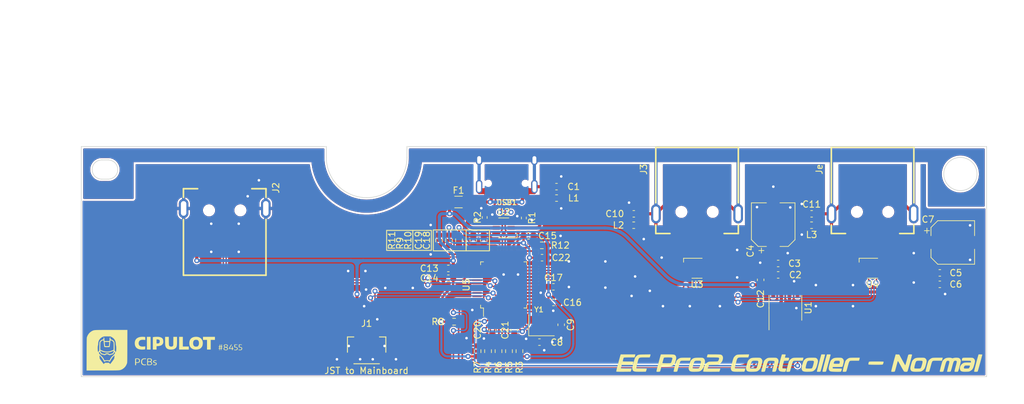
<source format=kicad_pcb>
(kicad_pcb (version 20221018) (generator pcbnew)
  (title_block (title "EC_Pro2_Controller_Normal") (date "2023-11-17") (rev "1.0") (company "LU.SV Solutions") (comment 1 "Cipulot PCB Design") (comment 2 "Cipulot") (comment 3 "GNU General Public License v3.0 "))
  (layers (0 "F.Cu" signal) (31 "B.Cu" signal) (34 "B.Paste" user) (35 "F.Paste" user) (36 "B.SilkS" user "B.Silkscreen") (37 "F.SilkS" user "F.Silkscreen") (38 "B.Mask" user) (39 "F.Mask" user) (44 "Edge.Cuts" user))
  (net 0 "")
  (net 1 "/PORT1_PWR")
  (net 2 "VBUS")
  (net 3 "D-")
  (net 4 "D+")
  (net 5 "GND")
  (net 6 "Net-(R1-Pad2)")
  (net 7 "Net-(R2-Pad1)")
  (net 8 "/PORT2_PWR")
  (net 11 "XOUT")
  (net 12 "GNDPWR")
  (net 13 "XIN")
  (net 14 "VCC")
  (net 15 "D3-")
  (net 16 "D3+")
  (net 17 "D1-")
  (net 18 "D1+")
  (net 19 "D2-")
  (net 20 "D2+")
  (net 21 "+3V3")
  (net 22 "/PWRB4")
  (net 23 "/PWRB3")
  (net 24 "/OVCB4")
  (net 25 "/OVCB3")
  (net 26 "/OVCB2")
  (net 27 "/OVCB1")
  (net 28 "+1V8")
  (net 29 "/BUS_B")
  (net 30 "/~{XRSTJ}")
  (net 31 "/DIS_REG")
  (net 32 "Net-(R12-Pad1)")
  (net 33 "/PWRB1")
  (net 34 "/PWRB2")
  (net 41 "D4-")
  (net 42 "D4+")
  (footprint "Resistor_SMD:R_0603_1608Metric" (layer "F.Cu") (at 90.47986 70.763986 -90)
    (fp_text reference "R10")
    (fp_text value "10k")
  )
  (footprint "Resistor_SMD:R_0603_1608Metric" (layer "F.Cu") (at 89.719225 83.497923)
    (fp_text reference "R8")
    (fp_text value "10k")
  )
  (footprint "Inductor_SMD:L_0603_1608Metric" (layer "F.Cu") (at 117.790227 68.39679 180)
    (fp_text reference "L2")
    (fp_text value "220 @ 100MHz, 2A")
  )
  (footprint "Capacitor_SMD:C_0603_1608Metric" (layer "F.Cu") (at 117.802727 66.610848 180)
    (fp_text reference "C10")
    (fp_text value "100n")
  )
  (footprint "Capacitor_SMD:C_0603_1608Metric" (layer "F.Cu") (at 105.719039 62.36458)
    (fp_text reference "C1")
    (fp_text value "100n")
  )
  (footprint "cipulot_parts:Crystal_SMD_3225-4pin_3.2x2.5mm" (layer "F.Cu") (at 103.379241 84.05112)
    (fp_text reference "Y1")
    (fp_text value "12MHz")
  )
  (footprint "Package_QFP:LQFP-48_7x7mm_P0.5mm" (layer "F.Cu") (at 97.470126 77.738491 90)
    (fp_text reference "U5")
    (fp_text value "FE1.1")
  )
  (footprint "Resistor_SMD:R_0603_1608Metric" (layer "F.Cu") (at 93.38204 88.101423 90)
    (fp_text reference "R7")
    (fp_text value "10k")
  )
  (footprint "Capacitor_SMD:C_0603_1608Metric" (layer "F.Cu") (at 145.596616 66.610848 180)
    (fp_text reference "C11")
    (fp_text value "100n")
  )
  (footprint "cipulot_parts:USB-SMT-04F-S1-B1-R9A" (layer "F.Cu") (at 127.688126 62.928348 90)
    (fp_text reference "J3")
    (fp_text value "USB_A")
  )
  (footprint "Capacitor_SMD:C_0603_1608Metric" (layer "F.Cu") (at 101.344392 70.057131)
    (fp_text reference "C15")
    (fp_text value "10u")
  )
  (footprint "LOGO" (layer "F.Cu") (at 44.445126 87.955861)
    (fp_text reference "G***" hide)
    (fp_text value "LOGO" hide)
  )
  (footprint "cipulot_parts:HRO-TYPE-C-31-M-12-Assembly" (layer "F.Cu") (at 97.945126 55.58458 180)
    (fp_text reference "USB1")
    (fp_text value "HRO-TYPE-C-31-M-12")
  )
  (footprint "Resistor_SMD:R_0603_1608Metric" (layer "F.Cu") (at 103.427998 71.545421)
    (fp_text reference "R12")
    (fp_text value "2.7K")
  )
  (footprint "LOGO" (layer "F.Cu") (at 143.672589 89.955861)
    (fp_text reference "G***" hide)
    (fp_text value "LOGO" hide)
  )
  (footprint "Inductor_SMD:L_0603_1608Metric" (layer "F.Cu") (at 105.731539 64.150522)
    (fp_text reference "L1")
    (fp_text value "220 @ 100MHz, 2A")
  )
  (footprint "Inductor_SMD:L_0603_1608Metric" (layer "F.Cu") (at 145.584116 68.39679 180)
    (fp_text reference "L3")
    (fp_text value "220 @ 100MHz, 2A")
  )
  (footprint "Capacitor_SMD:C_0603_1608Metric" (layer "F.Cu") (at 105.240387 80.488491)
    (fp_text reference "C16")
    (fp_text value "100n")
  )
  (footprint "Capacitor_SMD:C_0603_1608Metric" (layer "F.Cu") (at 88.811901 75.160906 180)
    (fp_text reference "C13")
    (fp_text value "1u")
  )
  (footprint "Capacitor_SMD:C_0603_1608Metric" (layer "F.Cu") (at 92.71231 70.770421 90)
    (fp_text reference "C19")
    (fp_text value "100n")
  )
  (footprint "cipulot_parts:JST-SR-4" (layer "F.Cu") (at 76.04335 87.439381)
    (fp_text reference "J1")
    (fp_text value "JST")
  )
  (footprint "Resistor_SMD:R_0603_1608Metric" (layer "F.Cu") (at 87.35443 70.770421 90)
    (fp_text reference "R11")
    (fp_text value "10k")
  )
  (footprint "cipulot_parts:SOT-23-6-routable" (layer "F.Cu") (at 97.470126 68.817141 180)
    (fp_text reference "U2")
    (fp_text value "SRV05-4")
  )
  (footprint "Capacitor_SMD:C_0603_1608Metric" (layer "F.Cu") (at 99.109241 84.81536 -90)
    (fp_text reference "C21")
    (fp_text value "100n")
  )
  (footprint "Capacitor_SMD:C_0603_1608Metric" (layer "F.Cu") (at 95.719241 84.81536 -90)
    (fp_text reference "C20")
    (fp_text value "100n")
  )
  (footprint "Resistor_SMD:R_0603_1608Metric" (layer "F.Cu") (at 88.917145 70.770421 -90)
    (fp_text reference "R9")
    (fp_text value "10k")
  )
  (footprint "Capacitor_SMD:C_0603_1608Metric" (layer "F.Cu") (at 165.63164 77.643214)
    (fp_text reference "C6")
    (fp_text value "10u")
  )
  (footprint "Capacitor_SMD:C_0603_1608Metric" (layer "F.Cu") (at 165.63164 75.857272)
    (fp_text reference "C5")
    (fp_text value "100n")
  )
  (footprint "Capacitor_SMD:C_0603_1608Metric" (layer "F.Cu") (at 103.054241 86.687062)
    (fp_text reference "C8")
    (fp_text value "30p")
  )
  (footprint "cipulot_parts:SOT-23-6-routable" (layer "F.Cu") (at 155.12164 75.132285)
    (fp_text reference "U4")
    (fp_text value "SRV05-4")
  )
  (footprint "Capacitor_SMD:C_0603_1608Metric" (layer "F.Cu") (at 88.811901 76.688841 180)
    (fp_text reference "C14")
    (fp_text value "10u")
  )
  (footprint "Capacitor_SMD:CP_Elec_6.3x5.9" (layer "F.Cu") (at 167.65664 71.09476)
    (fp_text reference "C7")
    (fp_text value "100u")
  )
  (footprint "Capacitor_SMD:C_0603_1608Metric" (layer "F.Cu") (at 105.240387 78.036416)
    (fp_text reference "C17")
    (fp_text value "100n")
  )
  (footprint "Resistor_SMD:R_0603_1608Metric" (layer "F.Cu") (at 98.293397 88.101423 90)
    (fp_text reference "R5")
    (fp_text value "10k")
  )
  (footprint "Resistor_SMD:R_0603_1608Metric" (layer "F.Cu") (at 96.656278 88.101423 90)
    (fp_text reference "R6")
    (fp_text value "10k")
  )
  (footprint "Capacitor_SMD:C_0603_1608Metric" (layer "F.Cu") (at 140.36292 76.171017)
    (fp_text reference "C2")
    (fp_text value "100n")
  )
  (footprint "Capacitor_SMD:C_0603_1608Metric" (layer "F.Cu") (at 106.446439 83.97612 -90)
    (fp_text reference "C9")
    (fp_text value "30p")
  )
  (footprint "Resistor_SMD:R_0402_1005Metric" (layer "F.Cu") (at 94.498258 67.180022 -90)
    (fp_text reference "R2")
    (fp_text value "5.1k")
  )
  (footprint "Capacitor_SMD:C_0603_1608Metric" (layer "F.Cu") (at 137.623379 76.946866 90)
    (fp_text reference "C12")
    (fp_text value "100n")
  )
  (footprint "cipulot_parts:USB-SMT-04F-S1-B1-R9A" (layer "F.Cu") (at 53.863527 69.453261 -90)
    (fp_text reference "J2")
    (fp_text value "USB_A")
  )
  (footprint "Capacitor_SMD:C_0603_1608Metric" (layer "F.Cu") (at 140.36292 74.385075)
    (fp_text reference "C3")
    (fp_text value "10u")
  )
  (footprint "Resistor_SMD:R_0402_1005Metric" (layer "F.Cu") (at 100.614194 67.26458 90)
    (fp_text reference "R1")
    (fp_text value "5.1k")
  )
  (footprint "Resistor_SMD:R_0603_1608Metric" (layer "F.Cu") (at 95.019159 88.101423 90)
    (fp_text reference "R4")
    (fp_text value "10k")
  )
  (footprint "cipulot_parts:SOT-23-6-routable" (layer "F.Cu") (at 127.68164 75.132285)
    (fp_text reference "U3")
    (fp_text value "SRV05-4")
  )
  (footprint "Capacitor_SMD:CP_Elec_6.3x5.9" (layer "F.Cu") (at 139.58792 68.310848 90)
    (fp_text reference "C4")
    (fp_text value "100u")
  )
  (footprint "Resistor_SMD:R_0603_1608Metric" (layer "F.Cu") (at 99.930516 88.101423 90)
    (fp_text reference "R3")
    (fp_text value "10k")
  )
  (footprint "Capacitor_SMD:C_0603_1608Metric" (layer "F.Cu") (at 103.458853 73.480198)
    (fp_text reference "C22")
    (fp_text value "100n")
  )
  (footprint "Package_SO:SOIC-8_3.9x4.9mm_P1.27mm" (layer "F.Cu") (at 141.49292 81.32493 90)
    (fp_text reference "U1")
    (fp_text value "MIC2026-2BM")
  )
  (footprint "cipulot_parts:USB-SMT-04F-S1-B1-R9A" (layer "F.Cu") (at 155.123126 62.928348 90)
    (fp_text reference "Je")
    (fp_text value "USB_A")
  )
  (footprint "Capacitor_SMD:C_0603_1608Metric" (layer "F.Cu") (at 94.349429 70.770421 90)
    (fp_text reference "C18")
    (fp_text value "100n")
  )
  (footprint "Fuse:Fuse_1206_3216Metric" (layer "F.Cu") (at 90.405445 64.767865)
    (fp_text reference "F1")
    (fp_text value "500mA")
  )
  (gr_line (start 91.596085 72.407551) (end 91.596085 69.133291) (stroke (width 0.15)) (layer "F.SilkS"))
  (gr_line (start 83.261605 72.333136) (end 83.261605 69.207706) (stroke (width 0.15)) (layer "F.SilkS"))
  (gr_rect (start 86.46145 69.133291) (end 95.24242 72.407551) (stroke (width 0.15)) (fill none) (layer "F.SilkS"))
  (gr_rect (start 79.16878 69.207706) (end 86.16379 72.333136) (stroke (width 0.15)) (fill none) (layer "F.SilkS"))
  (gr_line (start 82.345126 57.78458) (end 82.345126 56.08458) (stroke (width 0.1)) (layer "Edge.Cuts"))
  (gr_line (start 31.445126 56.08458) (end 69.745126 56.08458) (stroke (width 0.1)) (layer "Edge.Cuts"))
  (gr_arc (start 37.145126 59.68458) (mid 36.70578 60.745235) (end 35.645126 61.18458) (stroke (width 0.1)) (layer "Edge.Cuts"))
  (gr_arc (start 34.645126 61.18458) (mid 33.584489 60.74522) (end 33.145126 59.68458) (stroke (width 0.1)) (layer "Edge.Cuts"))
  (gr_line (start 172.945126 56.08458) (end 172.945126 92.08458) (stroke (width 0.1)) (layer "Edge.Cuts"))
  (gr_arc (start 76.045126 64.08458) (mid 71.590347 62.239362) (end 69.745126 57.78458) (stroke (width 0.1)) (layer "Edge.Cuts"))
  (gr_line (start 35.645126 58.18458) (end 34.645126 58.18458) (stroke (width 0.1)) (layer "Edge.Cuts"))
  (gr_arc (start 33.145126 59.68458) (mid 33.584457 58.623912) (end 34.645126 58.18458) (stroke (width 0.1)) (layer "Edge.Cuts"))
  (gr_line (start 34.645126 61.18458) (end 35.645126 61.18458) (stroke (width 0.1)) (layer "Edge.Cuts"))
  (gr_line (start 172.945126 92.08458) (end 31.445126 92.08458) (stroke (width 0.1)) (layer "Edge.Cuts"))
  (gr_line (start 69.745126 56.08458) (end 69.745126 57.78458) (stroke (width 0.1)) (layer "Edge.Cuts"))
  (gr_arc (start 35.645126 58.18458) (mid 36.705809 58.623899) (end 37.145126 59.68458) (stroke (width 0.1)) (layer "Edge.Cuts"))
  (gr_arc (start 82.345126 57.78458) (mid 80.499896 62.23935) (end 76.045126 64.08458) (stroke (width 0.1)) (layer "Edge.Cuts"))
  (gr_line (start 31.445126 92.08458) (end 31.445126 56.08458) (stroke (width 0.1)) (layer "Edge.Cuts"))
  (gr_line (start 82.345126 56.08458) (end 172.945126 56.08458) (stroke (width 0.1)) (layer "Edge.Cuts"))
  (gr_circle (center 168.845126 60.38458) (end 171.445126 60.38458) (stroke (width 0.1)) (fill none) (layer "Edge.Cuts"))
  (gr_text "JST to Mainboard\n" (at 76.024495 91.160106) (layer "F.SilkS") (effects (font (size 1 1))))
  (segment (start 139.58792 76.171017) (end 139.58792 71.110848) (width 0.5) (layer "F.Cu") (net 1))
  (segment (start 139.58792 78.84993) (end 139.58792 76.171017) (width 0.5) (layer "F.Cu") (net 1))
  (segment (start 131.18164 71.110848) (end 139.58792 71.110848) (width 0.5) (layer "F.Cu") (net 1))
  (segment (start 131.18164 71.110848) (end 131.18164 74.132285) (width 0.5) (layer "F.Cu") (net 1))
  (segment (start 130.18164 75.132285) (end 128.85664 75.132285) (width 0.5) (layer "F.Cu") (net 1))
  (arc (start 131.18164 74.132285) (mid 130.888747 74.839392) (end 130.18164 75.132285) (width 0.5) (layer "F.Cu") (net 1))
  (segment (start 95.495126 64.405733) (end 95.495126 63.27958) (width 0.5) (layer "F.Cu") (net 2))
  (segment (start 92.805445 68.817141) (end 96.295126 68.817141) (width 0.5) (layer "F.Cu") (net 2))
  (segment (start 95.345126 64.767865) (end 91.805445 64.767865) (width 0.5) (layer "F.Cu") (net 2))
  (segment (start 91.805445 64.767865) (end 91.805445 67.817141) (width 0.5) (layer "F.Cu") (net 2))
  (segment (start 100.395126 64.550586) (end 100.395126 63.27958) (width 0.5) (layer "F.Cu") (net 2))
  (via (at 95.345126 64.767865) (size 0.8) (drill 0.4) (layers "F.Cu" "B.Cu") (net 2))
  (via (at 100.305126 64.767865) (size 0.8) (drill 0.4) (layers "F.Cu" "B.Cu") (net 2))
  (arc (start 92.805445 68.817141) (mid 92.098338 68.524248) (end 91.805445 67.817141) (width 0.5) (layer "F.Cu") (net 2))
  (arc (start 95.345126 64.767865) (mid 95.456143 64.601717) (end 95.495126 64.405733) (width 0.5) (layer "F.Cu") (net 2))
  (arc (start 100.305126 64.767865) (mid 100.371736 64.668176) (end 100.395126 64.550586) (width 0.5) (layer "F.Cu") (net 2))
  (segment (start 100.395126 64.767865) (end 95.345126 64.767865) (width 0.5) (layer "B.Cu") (net 2))
  (segment (start 97.697284 73.553149) (end 97.720126 73.575991) (width 0.2) (layer "F.Cu") (net 3))
  (segment (start 98.317976 69.767141) (end 98.645126 69.767141) (width 0.2) (layer "F.Cu") (net 3))
  (segment (start 97.695126 63.27958) (end 97.695126 62.155861) (width 0.2) (layer "F.Cu") (net 3))
  (segment (start 97.697284 70.711508) (end 97.697284 73.553149) (width 0.2) (layer "F.Cu") (net 3))
  (segment (start 98.645126 69.767141) (end 98.323557 69.767141) (width 0.2) (layer "F.Cu") (net 3))
  (segment (start 97.841573 69.290738) (end 98.317976 69.767141) (width 0.2) (layer "F.Cu") (net 3))
  (segment (start 97.995126 61.855861) (end 98.395126 61.855861) (width 0.2) (layer "F.Cu") (net 3))
  (segment (start 98.695126 62.155861) (end 98.695126 63.27958) (width 0.2) (layer "F.Cu") (net 3))
  (segment (start 98.323557 69.767141) (end 97.988019 70.102679) (width 0.2) (layer "F.Cu") (net 3))
  (segment (start 97.695126 68.937184) (end 97.695126 63.27958) (width 0.2) (layer "F.Cu") (net 3))
  (segment (start 97.695126 63.27958) (end 97.715126 63.29958) (width 0.2) (layer "F.Cu") (net 3))
  (arc (start 97.695126 68.937184) (mid 97.733186 69.128526) (end 97.841573 69.290738) (width 0.2) (layer "F.Cu") (net 3))
  (arc (start 98.395126 61.855861) (mid 98.607258 61.943729) (end 98.695126 62.155861) (width 0.2) (layer "F.Cu") (net 3))
  (arc (start 97.995126 61.855861) (mid 97.782994 61.943729) (end 97.695126 62.155861) (width 0.2) (layer "F.Cu") (net 3))
  (arc (start 97.988019 70.102679) (mid 97.791133 70.38223) (end 97.697284 70.711508) (width 0.2) (layer "F.Cu") (net 3))
  (arc (start 97.715126 63.327864) (mid 97.709928 63.301733) (end 97.695126 63.27958) (width 0.2) (layer "F.Cu") (net 3))
  (segment (start 96.622276 69.767141) (end 97.09868 69.290737) (width 0.2) (layer "F.Cu") (net 4))
  (segment (start 98.165126 63.30958) (end 98.195126 63.27958) (width 0.2) (layer "F.Cu") (net 4))
  (segment (start 97.24315 70.71149) (end 97.24315 73.552967) (width 0.2) (layer "F.Cu") (net 4))
  (segment (start 97.24315 73.552967) (end 97.220126 73.575991) (width 0.2) (layer "F.Cu") (net 4))
  (segment (start 96.295126 69.767141) (end 96.622276 69.767141) (width 0.2) (layer "F.Cu") (net 4))
  (segment (start 97.245126 68.937184) (end 97.245126 67.216175) (width 0.2) (layer "F.Cu") (net 4))
  (segment (start 97.245126 67.368752) (end 97.245126 68.566464) (width 0.2) (layer "F.Cu") (net 4))
  (segment (start 96.295126 69.767141) (end 96.616695 69.767141) (width 0.2) (layer "F.Cu") (net 4))
  (segment (start 97.195126 65.481118) (end 97.195126 63.27958) (width 0.2) (layer "F.Cu") (net 4))
  (segment (start 96.616695 69.767141) (end 96.952233 70.102679) (width 0.2) (layer "F.Cu") (net 4))
  (segment (start 98.165126 65.278184) (end 98.165126 63.352006) (width 0.2) (layer "F.Cu") (net 4))
  (via (at 98.615126 66.36458) (size 0.8) (drill 0.4) (layers "F.Cu" "B.Cu") (net 4))
  (via (at 96.829184 66.36458) (size 0.8) (drill 0.4) (layers "F.Cu" "B.Cu") (net 4))
  (arc (start 96.829184 66.36458) (mid 97.100021 65.959244) (end 97.195126 65.481118) (width 0.2) (layer "F.Cu") (net 4))
  (arc (start 96.829184 66.36458) (mid 97.137026 66.825298) (end 97.245126 67.368752) (width 0.2) (layer "F.Cu") (net 4))
  (arc (start 97.245126 68.937184) (mid 97.207066 69.128525) (end 97.09868 69.290737) (width 0.2) (layer "F.Cu") (net 4))
  (arc (start 98.165126 63.352006) (mid 98.172923 63.31281) (end 98.195126 63.27958) (width 0.2) (layer "F.Cu") (net 4))
  (arc (start 98.615126 66.36458) (mid 98.282077 65.866138) (end 98.165126 65.278184) (width 0.2) (layer "F.Cu") (net 4))
  (arc (start 96.952233 70.102679) (mid 97.149124 70.382229) (end 97.24315 70.71149) (width 0.2) (layer "F.Cu") (net 4))
  (segment (start 98.615126 66.36458) (end 96.829184 66.36458) (width 0.2) (layer "B.Cu") (net 4))
  (segment (start 102.528667 83.20112) (end 104.228667 84.90112) (width 0.25) (layer "F.Cu") (net 5))
  (segment (start 94.349429 69.995421) (end 92.71231 69.995421) (width 0.35) (layer "F.Cu") (net 5))
  (segment (start 101.881511 83.359216) (end 102.130937 83.359216) (width 0.25) (layer "F.Cu") (net 5))
  (segment (start 104.228667 84.90112) (end 104.479241 84.90112) (width 0.25) (layer "F.Cu") (net 5))
  (via (at 56.05664 68.16476) (size 0.8) (drill 0.4) (layers "F.Cu" "B.Cu") (net 5))
  (via (at 107.65664 74.06476) (size 0.8) (drill 0.4) (layers "F.Cu" "B.Cu") (net 5))
  (via (at 95.68889 66.733535) (size 0.8) (drill 0.4) (layers "F.Cu" "B.Cu") (net 5))
  (via (at 51.75664 68.16476) (size 0.8) (drill 0.4) (layers "F.Cu" "B.Cu") (net 5))
  (via (at 126.55664 81.06476) (size 0.8) (drill 0.4) (layers "F.Cu" "B.Cu") (net 5))
  (via (at 117.05664 64.86476) (size 0.8) (drill 0.4) (layers "F.Cu" "B.Cu") (net 5))
  (via (at 161.55664 77.36476) (size 0.8) (drill 0.4) (layers "F.Cu" "B.Cu") (net 5))
  (via (at 143.20664 81.36476) (size 0.8) (drill 0.4) (layers "F.Cu" "B.Cu") (net 5))
  (via (at 93.1588 67.656423) (size 0.8) (drill 0.4) (layers "F.Cu" "B.Cu") (net 5))
  (via (at 131.25664 81.06476) (size 0.8) (drill 0.4) (layers "F.Cu" "B.Cu") (net 5))
  (via (at 144.05664 65.06476) (size 0.8) (drill 0.4) (layers "F.Cu" "B.Cu") (net 5))
  (via (at 161.55664 72.76476) (size 0.8) (drill 0.4) (layers "F.Cu" "B.Cu") (net 5))
  (via (at 142.25664 65.61476) (size 0.8) (drill 0.4) (layers "F.Cu" "B.Cu") (net 5))
  (via (at 141.85664 72.76476) (size 0.8) (drill 0.4) (layers "F.Cu" "B.Cu") (net 5))
  (via (at 113.35664 74.06476) (size 0.8) (drill 0.4) (layers "F.Cu" "B.Cu") (net 5))
  (via (at 86.05664 68.36476) (size 0.8) (drill 0.4) (layers "F.Cu" "B.Cu") (net 5))
  (via (at 142.85664 77.16476) (size 0.8) (drill 0.4) (layers "F.Cu" "B.Cu") (net 5))
  (via (at 99.70664 76.11476) (size 0.8) (drill 0.4) (layers "F.Cu" "B.Cu") (net 5))
  (via (at 152.05664 77.76476) (size 0.8) (drill 0.4) (layers "F.Cu" "B.Cu") (net 5))
  (via (at 78.84335 87.293282) (size 0.8) (drill 0.4) (layers "F.Cu" "B.Cu") (net 5))
  (via (at 92.55664 81.66476) (size 0.8) (drill 0.4) (layers "F.Cu" "B.Cu") (net 5))
  (via (at 119.35664 70.56476) (size 0.8) (drill 0.4) (layers "F.Cu" "B.Cu") (net 5))
  (via (at 71.401925 89.376881) (size 0.8) (drill 0.4) (layers "F.Cu" "B.Cu") (net 5))
  (via (at 56.05664 72.56476) (size 0.8) (drill 0.4) (layers "F.Cu" "B.Cu") (net 5))
  (via (at 122.35664 81.06476) (size 0.8) (drill 0.4) (layers "F.Cu" "B.Cu") (net 5))
  (via (at 77.70664 83.11476) (size 0.8) (drill 0.4) (layers "F.Cu" "B.Cu") (net 5))
  (via (at 99.584194 66.97792) (size 0.8) (drill 0.4) (layers "F.Cu" "B.Cu") (net 5))
  (via (at 139.60664 62.36476) (size 0.8) (drill 0.4) (layers "F.Cu" "B.Cu") (net 5))
  (via (at 97.45664 76.11476) (size 0.8) (drill 0.4) (layers "F.Cu" "B.Cu") (net 5))
  (via (at 105.0652 86.687062) (size 0.8) (drill 0.4) (layers "F.Cu" "B.Cu") (net 5))
  (via (at 57.45664 63.86476) (size 0.8) (drill 0.4) (layers "F.Cu" "B.Cu") (net 5))
  (via (at 75.029292 89.371435) (size 0.8) (drill 0.4) (layers "F.Cu" "B.Cu") (net 5))
  (via (at 78.95664 78.21476) (size 0.8) (drill 0.4) (layers "F.Cu" "B.Cu") (net 5))
  (via (at 133.95664 72.26476) (size 0.8) (drill 0.4) (layers "F.Cu" "B.Cu") (net 5))
  (via (at 137.55664 74.26476) (size 0.8) (drill 0.4) (layers "F.Cu" "B.Cu") (net 5))
  (via (at 77.001925 89.376881) (size 0.8) (drill 0.4) (layers "F.Cu" "B.Cu") (net 5))
  (via (at 80.629292 89.371435) (size 0.8) (drill 0.4) (layers "F.Cu" "B.Cu") (net 5))
  (via (at 118.00664 76.41476) (size 0.8) (drill 0.4) (layers "F.Cu" "B.Cu") (net 5))
  (via (at 51.75664 72.56476) (size 0.8) (drill 0.4) (layers "F.Cu" "B.Cu") (net 5))
  (via (at 146.25664 81.06476) (size 0.8) (drill 0.4) (layers "F.Cu" "B.Cu") (net 5))
  (via (at 75.65664 81.06476) (size 0.8) (drill 0.4) (layers "F.Cu" "B.Cu") (net 5))
  (via (at 86.05664 72.96476) (size 0.8) (drill 0.4) (layers "F.Cu" "B.Cu") (net 5))
  (via (at 137.05664 65.56476) (size 0.8) (drill 0.4) (layers "F.Cu" "B.Cu") (net 5))
  (via (at 91.65664 86.06476) (size 0.8) (drill 0.4) (layers "F.Cu" "B.Cu") (net 5))
  (via (at 170.35664 73.81476) (size 0.8) (drill 0.4) (layers "F.Cu" "B.Cu") (net 5))
  (via (at 106.45664 60.76476) (size 0.8) (drill 0.4) (layers "F.Cu" "B.Cu") (net 5))
  (via (at 75.95664 78.46476) (size 0.8) (drill 0.4) (layers "F.Cu" "B.Cu") (net 5))
  (via (at 106.446439 86.025496) (size 0.8) (drill 0.4) (layers "F.Cu" "B.Cu") (net 5))
  (via (at 122.15664 73.46476) (size 0.8) (drill 0.4) (layers "F.Cu" "B.Cu") (net 5))
  (via (at 106.45664 65.76476) (size 0.8) (drill 0.4) (layers "F.Cu" "B.Cu") (net 5))
  (via (at 144.05664 69.86476) (size 0.8) (drill 0.4) (layers "F.Cu" "B.Cu") (net 5))
  (via (at 75.85664 75.56476) (size 0.8) (drill 0.4) (layers "F.Cu" "B.Cu") (net 5))
  (via (at 73.24335 87.293282) (size 0.8) (drill 0.4) (layers "F.Cu" "B.Cu") (net 5))
  (via (at 133.95664 76.56476) (size 0.8) (drill 0.4) (layers "F.Cu" "B.Cu") (net 5))
  (via (at 59.20664 61.36476) (size 0.8) (drill 0.4) (layers "F.Cu" "B.Cu") (net 5))
  (via (at 120.30664 78.66476) (size 0.8) (drill 0.4) (layers "F.Cu" "B.Cu") (net 5))
  (via (at 170.35664 68.41476) (size 0.8) (drill 0.4) (layers "F.Cu" "B.Cu") (net 5))
  (via (at 103.25664 78.96476) (size 0.8) (drill 0.4) (layers "F.Cu" "B.Cu") (net 5))
  (via (at 152.05664 81.06476) (size 0.8) (drill 0.4) (layers "F.Cu" "B.Cu") (net 5))
  (via (at 146.25664 77.76476) (size 0.8) (drill 0.4) (layers "F.Cu" "B.Cu") (net 5))
  (via (at 100.972375 86.174326) (size 0.8) (drill 0.4) (layers "F.Cu" "B.Cu") (net 5))
  (via (at 166.45664 79.16476) (size 0.8) (drill 0.4) (layers "F.Cu" "B.Cu") (net 5))
  (via (at 103.800145 87.960286) (size 0.8) (drill 0.4) (layers "F.Cu" "B.Cu") (net 5))
  (via (at 113.35664 78.16476) (size 0.8) (drill 0.4) (layers "F.Cu" "B.Cu") (net 5))
  (via (at 93.962754 65.736423) (size 0.8) (drill 0.4) (layers "F.Cu" "B.Cu") (net 5))
  (via (at 105.21403 81.783841) (size 0.8) (drill 0.4) (layers "F.Cu" "B.Cu") (net 5))
  (via (at 107.65664 78.06476) (size 0.8) (drill 0.4) (layers "F.Cu" "B.Cu") (net 5))
  (via (at 73.15664 75.56476) (size 0.8) (drill 0.4) (layers "F.Cu" "B.Cu") (net 5))
  (via (at 117.45664 79.46476) (size 0.8) (drill 0.4) (layers "F.Cu" "B.Cu") (net 5))
  (via (at 106.35664 70.06476) (size 0.8) (drill 0.4) (layers "F.Cu" "B.Cu") (net 5))
  (via (at 83.25664 78.21476) (size 0.8) (drill 0.4) (layers "F.Cu" "B.Cu") (net 5))
  (via (at 101.834194 67.55792) (size 0.8) (drill 0.4) (layers "F.Cu" "B.Cu") (net 5))
  (via (at 94.372754 86.126426) (size 0.8) (drill 0.4) (layers "F.Cu" "B.Cu") (net 5))
  (segment (start 99.195126 63.27958) (end 99.195126 64.648754) (width 0.25) (layer "F.Cu") (net 6))
  (segment (start 100.520126 66.380861) (end 100.520126 66.75458) (width 0.25) (layer "F.Cu") (net 6))
  (segment (start 99.341573 65.002308) (end 100.378704 66.039439) (width 0.25) (layer "F.Cu") (net 6))
  (arc (start 99.195126 64.648754) (mid 99.233186 64.840096) (end 99.341573 65.002308) (width 0.25) (layer "F.Cu") (net 6))
  (arc (start 100.378704 66.039439) (mid 100.483371 66.196085) (end 100.520126 66.380861) (width 0.25) (layer "F.Cu") (net 6))
  (segment (start 94.530965 66.670022) (end 94.498258 66.670022) (width 0.25) (layer "F.Cu") (net 7))
  (segment (start 96.04868 65.152307) (end 94.530965 66.670022) (width 0.25) (layer "F.Cu") (net 7))
  (segment (start 96.195126 63.27958) (end 96.195126 64.798754) (width 0.25) (layer "F.Cu") (net 7))
  (arc (start 96.195126 64.798754) (mid 96.157066 64.990095) (end 96.04868 65.152307) (width 0.25) (layer "F.Cu") (net 7))
  (segment (start 158.62164 71.110848) (end 158.62164 74.132285) (width 0.5) (layer "F.Cu") (net 8))
  (segment (start 162.821497 78.84993) (end 162.837585 78.833842) (width 0.5) (layer "F.Cu") (net 8))
  (segment (start 164.85664 71.09476) (end 158.639214 71.09476) (width 0.5) (layer "F.Cu") (net 8))
  (segment (start 164.251799 78.248055) (end 164.85664 77.643214) (width 0.5) (layer "F.Cu") (net 8))
  (segment (start 158.639214 71.09476) (end 158.623126 71.110848) (width 0.5) (layer "F.Cu") (net 8))
  (segment (start 143.39792 78.84993) (end 162.821497 78.84993) (width 0.5) (layer "F.Cu") (net 8))
  (segment (start 157.62164 75.132285) (end 156.29664 75.132285) (width 0.5) (layer "F.Cu") (net 8))
  (segment (start 164.85664 71.09476) (end 164.85664 75.857272) (width 0.5) (layer "F.Cu") (net 8))
  (segment (start 164.85664 75.857272) (end 164.85664 77.643214) (width 0.5) (layer "F.Cu") (net 8))
  (arc (start 164.251799 78.248055) (mid 163.602952 78.681601) (end 162.837585 78.833842) (width 0.5) (layer "F.Cu") (net 8))
  (arc (start 157.62164 75.132285) (mid 158.328747 74.839392) (end 158.62164 74.132285) (width 0.5) (layer "F.Cu") (net 8))
  (segment (start 101.781511 85.059216) (end 101.881511 85.059216) (width 0.25) (layer "F.Cu") (net 11))
  (segment (start 99.720126 81.900991) (end 99.720126 82.649912) (width 0.25) (layer "F.Cu") (net 11))
  (segment (start 102.279241 84.90112) (end 102.279241 86.687062) (width 0.25) (layer "F.Cu") (net 11))
  (segment (start 101.739241 84.90112) (end 102.279241 84.90112) (width 0.25) (layer "F.Cu") (net 11))
  (segment (start 99.744771 81.900991) (end 99.745126 81.901346) (width 0.25) (layer "F.Cu") (net 11))
  (segment (start 99.884241 83.04612) (end 101.739241 84.90112) (width 0.25) (layer "F.Cu") (net 11))
  (segment (start 99.720126 81.900991) (end 99.744771 81.900991) (width 0.25) (layer "F.Cu") (net 11))
  (arc (start 99.720126 82.649912) (mid 99.762778 82.864338) (end 99.884241 83.04612) (width 0.25) (layer "F.Cu") (net 11))
  (segment (start 102.265126 63.27958) (end 101.170126 63.27958) (width 0.5) (layer "F.Cu") (net 12))
  (segment (start 151.687736 64.448179) (end 158.555544 64.448179) (width 0.5) (layer "F.Cu") (net 12))
  (segment (start 151.62164 71.110848) (end 151.62164 74.132285) (width 0.5) (layer "F.Cu") (net 12))
  (segment (start 119.803701 57.570522) (end 102.265126 57.570522) (width 0.5) (layer "F.Cu") (net 12))
  (segment (start 104.944039 62.36458) (end 102.265126 62.36458) (width 0.5) (layer "F.Cu") (net 12))
  (segment (start 149.69664 71.110848) (end 151.62164 71.110848) (width 0.5) (layer "F.Cu") (net 12))
  (segment (start 122.25664 71.110848) (end 124.18164 71.110848) (width 0.5) (layer "F.Cu") (net 12))
  (segment (start 147.906913 57.570522) (end 146.592831 57.570522) (width 0.5) (layer "F.Cu") (net 12))
  (segment (start 104.944039 62.36458) (end 104.944039 64.150522) (width 0.5) (layer "F.Cu") (net 12))
  (segment (start 124.247736 64.448179) (end 131.115544 64.448179) (width 0.5) (layer "F.Cu") (net 12))
  (segment (start 146.592831 57.570522) (end 132.305295 57.570522) (width 0.5) (layer "F.Cu") (net 12))
  (segment (start 146.371616 66.610848) (end 148.69664 66.610848) (width 0.5) (layer "F.Cu") (net 12))
  (segment (start 121.25664 66.610848) (end 121.25664 70.110848) (width 0.5) (layer "F.Cu") (net 12))
  (segment (start 93.625126 63.27958) (end 94.720126 63.27958) (width 0.5) (layer "F.Cu") (net 12))
  (segment (start 148.69664 66.610848) (end 150.273523 65.033965) (width 0.5) (layer "F.Cu") (net 12))
  (segment (start 161.54664 66.610848) (end 161.54664 57.570522) (width 0.5) (layer "F.Cu") (net 12))
  (segment (start 121.25664 66.610848) (end 122.833523 65.033965) (width 0.5) (layer "F.Cu") (net 12))
  (segment (start 120.522469 57.570522) (end 119.803701 57.570522) (width 0.5) (layer "F.Cu") (net 12))
  (segment (start 121.25664 66.610848) (end 118.577727 66.610848) (width 0.5) (layer "F.Cu") (net 12))
  (segment (start 146.371616 68.39679) (end 146.371616 66.610848) (width 0.5) (layer "F.Cu") (net 12))
  (segment (start 101.170126 63.27958) (end 101.170126 64.812473) (width 0.5) (layer "F.Cu") (net 12))
  (segment (start 101.170126 62.86458) (end 102.060127 62.86458) (width 0.5) (layer "F.Cu") (net 12))
  (segment (start 125.18164 75.132285) (end 126.50664 75.132285) (width 0.5) (layer "F.Cu") (net 12))
  (segment (start 94.720126 62.86458) (end 93.830125 62.86458) (width 0.5) (layer "F.Cu") (net 12))
  (segment (start 101.316573 65.166027) (end 102.983894 66.833348) (width 0.5) (layer "F.Cu") (net 12))
  (segment (start 148.69664 66.610848) (end 148.69664 57.570522) (width 0.5) (layer "F.Cu") (net 12))
  (segment (start 134.10664 66.610848) (end 134.10664 57.570522) (width 0.5) (layer "F.Cu") (net 12))
  (segment (start 152.62164 75.132285) (end 153.94664 75.132285) (width 0.5) (layer "F.Cu") (net 12))
  (segment (start 148.698126 66.610848) (end 148.698126 61.982334) (width 0.25) (layer "F.Cu") (net 12))
  (segment (start 124.18164 71.110848) (end 124.18164 74.132285) (width 0.5) (layer "F.Cu") (net 12))
  (segment (start 148.69664 66.610848) (end 148.69664 70.110848) (width 0.5) (layer "F.Cu") (net 12))
  (segment (start 133.372469 57.570522) (end 132.305295 57.570522) (width 0.5) (layer "F.Cu") (net 12))
  (segment (start 102.265126 62.36458) (end 102.265126 63.27958) (width 0.5) (layer "F.Cu") (net 12))
  (segment (start 102.265126 57.570522) (end 102.265126 58.18458) (width 0.5) (layer "F.Cu") (net 12))
  (segment (start 118.577727 66.610848) (end 118.577727 68.39679) (width 0.5) (layer "F.Cu") (net 12))
  (segment (start 94.720126 63.27958) (end 94.720126 62.86458) (width 0.5) (layer "F.Cu") (net 12))
  (segment (start 93.625126 62.36458) (end 93.625126 63.27958) (width 0.5) (layer "F.Cu") (net 12))
  (segment (start 102.63034 68.817141) (end 98.645126 68.817141) (width 0.5) (layer "F.Cu") (net 12))
  (segment (start 121.25664 66.610848) (end 121.25664 57.570522) (width 0.5) (layer "F.Cu") (net 12))
  (segment (start 159.969758 65.033966) (end 161.54664 66.610848) (width 0.5) (layer "F.Cu") (net 12))
  (segment (start 160.756913 57.570522) (end 146.592831 57.570522) (width 0.5) (layer "F.Cu") (net 12))
  (segment (start 132.529758 65.033966) (end 134.10664 66.610848) (width 0.5) (layer "F.Cu") (net 12))
  (segment (start 132.305295 57.570522) (end 119.803701 57.570522) (width 0.5) (layer "F.Cu") (net 12))
  (segment (start 101.163579 62.851229) (end 102.05358 62.851229) (width 0.5) (layer "F.Cu") (net 12))
  (segment (start 93.830125 62.86458) (end 93.625126 62.659581) (width 0.5) (layer "F.Cu") (net 12))
  (segment (start 103.13034 67.186901) (end 103.13034 68.317141) (width 0.5) (layer "F.Cu") (net 12))
  (segment (start 102.060127 62.86458) (end 102.265126 62.659581) (width 0.5) (layer "F.Cu") (net 12))
  (segment (start 101.170126 63.27958) (end 101.170126 62.86458) (width 0.5) (layer "F.Cu") (net 12))
  (arc (start 125.18164 75.132285) (mid 124.474533 74.839392) (end 124.18164 74.132285) (width 0.5) (layer "F.Cu") (net 12))
  (arc (start 102.63034 68.817141) (mid 102.983893 68.670694) (end 103.13034 68.317141) (width 0.5) (layer "F.Cu") (net 12))
  (arc (start 158.555544 64.448179) (mid 159.320911 64.60042) (end 159.969758 65.033966) (width 0.5) (layer "F.Cu") (net 12))
  (arc (start 101.170126 64.812473) (mid 101.208186 65.003815) (end 101.316573 65.166027) (width 0.5) (layer "F.Cu") (net 12))
  (arc (start 103.13034 67.186901) (mid 103.09228 66.99556) (end 102.983894 66.833348) (width 0.5) (layer "F.Cu") (net 12))
  (arc (start 151.62164 74.132285) (mid 151.914533 74.839392) (end 152.62164 75.132285) (width 0.5) (layer "F.Cu") (net 12))
  (arc (start 151.687736 64.448179) (mid 150.922369 64.60042) (end 150.273523 65.033965) (width 0.5) (layer "F.Cu") (net 12))
  (arc (start 124.247736 64.448179) (mid 123.482369 64.60042) (end 122.833523 65.033965) (width 0.5) (layer "F.Cu") (net 12))
  (arc (start 121.25664 70.110848) (mid 121.549533 70.817955) (end 122.25664 71.110848) (width 0.5) (layer "F.Cu") (net 12))
  (arc (start 132.529758 65.033966) (mid 131.880911 64.60042) (end 131.115544 64.448179) (width 0.5) (layer "F.Cu") (net 12))
  (arc (start 148.69664 70.110848) (mid 148.989533 70.817955) (end 149.69664 71.110848) (width 0.5) (layer "F.Cu") (net 12))
  (segment (start 148.698126 57.570522) (end 148.698126 66.610848) (width 0.5) (layer "B.Cu") (net 12))
  (segment (start 161.548126 57.570522) (end 102.265126 57.570522) (width 0.5) (layer "B.Cu") (net 12))
  (segment (start 161.548126 57.570522) (end 161.548126 66.610848) (width 0.5) (layer "B.Cu") (net 12))
  (segment (start 102.265126 57.570522) (end 102.265126 58.18458) (width 0.5) (layer "B.Cu") (net 12))
  (segment (start 121.263126 57.570522) (end 121.263126 66.610848) (width 0.5) (layer "B.Cu") (net 12))
  (segment (start 93.625126 58.18458) (end 93.625126 62.36458) (width 0.5) (layer "B.Cu") (net 12))
  (segment (start 134.113126 57.570522) (end 134.113126 66.610848) (width 0.5) (layer "B.Cu") (net 12))
  (segment (start 102.265126 58.18458) (end 102.265126 62.36458) (width 0.5) (layer "B.Cu") (net 12))
  (segment (start 103.372005 82.193884) (end 104.379241 83.20112) (width 0.25) (layer "F.Cu") (net 13))
  (segment (start 100.220126 81.900991) (end 102.664898 81.900991) (width 0.25) (layer "F.Cu") (net 13))
  (segment (start 104.375356 83.20112) (end 104.479241 83.20112) (width 0.25) (layer "F.Cu") (net 13))
  (segment (start 104.379241 83.20112) (end 104.479241 83.20112) (width 0.25) (layer "F.Cu") (net 13))
  (segment (start 106.446439 83.20112) (end 104.479241 83.20112) (width 0.25) (layer "F.Cu") (net 13))
  (arc (start 103.372005 82.193884) (mid 103.047582 81.977111) (end 102.664898 81.900991) (width 0.25) (layer "F.Cu") (net 13))
  (segment (start 49.5 65.064214) (end 49.5 73.940341) (width 0.5) (layer "F.Cu") (net 14))
  (segment (start 138.123379 80.729616) (end 140.35792 80.729616) (width 0.5) (layer "F.Cu") (net 14))
  (segment (start 140.85792 80.229616) (end 140.85792 78.84993) (width 0.5) (layer "F.Cu") (net 14))
  (segment (start 93.307626 75.488491) (end 94.520126 75.488491) (width 0.25) (layer "F.Cu") (net 14))
  (segment (start 95.220126 74.788491) (end 95.220126 73.575991) (width 0.25) (layer "F.Cu") (net 14))
  (segment (start 89.005445 64.767865) (end 89.005445 66.603181) (width 0.5) (layer "F.Cu") (net 14))
  (segment (start 89.586901 73.940341) (end 89.586901 75.160906) (width 0.5) (layer "F.Cu") (net 14))
  (segment (start 50.363527 61.270761) (end 50.363527 63.372259) (width 0.5) (layer "F.Cu") (net 14))
  (segment (start 74.54335 85.501881) (end 74.54335 79.17756) (width 0.5) (layer "F.Cu") (net 14))
  (segment (start 93.307626 75.488491) (end 90.377761 75.488491) (width 0.25) (layer "F.Cu") (net 14))
  (segment (start 137.623379 77.721866) (end 136.383936 77.721866) (width 0.5) (layer "F.Cu") (net 14))
  (segment (start 89.587444 75.160363) (end 89.586901 75.160906) (width 0.35) (layer "F.Cu") (net 14))
  (segment (start 50.070634 64.079366) (end 49.792893 64.357107) (width 0.5) (layer "F.Cu") (net 14))
  (segment (start 137.623379 80.229616) (end 137.623379 77.721866) (width 0.5) (layer "F.Cu") (net 14))
  (via (at 49.5 73.940341) (size 0.8) (drill 0.4) (layers "F.Cu" "B.Cu") (net 14))
  (via (at 89.586901 73.940341) (size 0.8) (drill 0.4) (layers "F.Cu" "B.Cu") (net 14))
  (via (at 74.54335 79.17756) (size 0.8) (drill 0.4) (layers "F.Cu" "B.Cu") (net 14))
  (via (at 136.383936 77.721866) (size 0.8) (drill 0.4) (layers "F.Cu" "B.Cu") (net 14))
  (via (at 89.005445 66.603181) (size 0.8) (drill 0.4) (layers "F.Cu" "B.Cu") (net 14))
  (arc (start 49.792893 64.357107) (mid 49.57612 64.68153) (end 49.5 65.064214) (width 0.5) (layer "F.Cu") (net 14))
  (arc (start 94.520126 75.488491) (mid 95.015101 75.283466) (end 95.220126 74.788491) (width 0.25) (layer "F.Cu") (net 14))
  (arc (start 90.377761 75.488491) (mid 89.949751 75.403354) (end 89.586901 75.160906) (width 0.25) (layer "F.Cu") (net 14))
  (arc (start 138.123379 80.729616) (mid 137.769826 80.583169) (end 137.623379 80.229616) (width 0.5) (layer "F.Cu") (net 14))
  (arc (start 140.85792 80.229616) (mid 140.711473 80.583169) (end 140.35792 80.729616) (width 0.5) (layer "F.Cu") (net 14))
  (arc (start 50.070634 64.079366) (mid 50.287407 63.754943) (end 50.363527 63.372259) (width 0.5) (layer "F.Cu") (net 14))
  (segment (start 87.4 67.103181) (end 87.4 70.284315) (width 0.5) (layer "B.Cu") (net 14))
  (segment (start 116.798936 70.300097) (end 122.756239 76.2574) (width 0.5) (layer "B.Cu") (net 14))
  (segment (start 92.894749 68.835631) (end 113.263402 68.835631) (width 0.5) (layer "B.Cu") (net 14))
  (segment (start 126.291773 77.721866) (end 136.383936 77.721866) (width 0.5) (layer "B.Cu") (net 14))
  (segment (start 89.980319 66.749628) (end 91.480536 68.249845) (width 0.5) (layer "B.Cu") (net 14))
  (segment (start 73.54335 73.940341) (end 49.5 73.940341) (width 0.5) (layer "B.Cu") (net 14))
  (segment (start 75.54335 73.940341) (end 89.586901 73.940341) (width 0.5) (layer "B.Cu") (net 14))
  (segment (start 74.54335 79.17756) (end 74.54335 74.940341) (width 0.5) (layer "B.Cu") (net 14))
  (segment (start 89.005445 66.603181) (end 87.9 66.603181) (width 0.5) (layer "B.Cu") (net 14))
  (segment (start 73.54335 73.940341) (end 75.54335 73.940341) (width 0.5) (layer "B.Cu") (net 14))
  (segment (start 89.586901 73.386901) (end 89.586901 73.940341) (width 0.5) (layer "B.Cu") (net 14))
  (segment (start 89.005445 66.603181) (end 89.626765 66.603181) (width 0.5) (layer "B.Cu") (net 14))
  (segment (start 74.54335 74.940341) (end 74.54335 74.940341) (width 0.5) (layer "B.Cu") (net 14))
  (segment (start 87.8 71.25) (end 89.339413 72.789413) (width 0.5) (layer "B.Cu") (net 14))
  (arc (start 74.54335 74.940341) (mid 74.836243 74.233234) (end 75.54335 73.940341) (width 0.5) (layer "B.Cu") (net 14))
  (arc (start 74.54335 74.940341) (mid 74.250457 74.233234) (end 73.54335 73.940341) (width 0.5) (layer "B.Cu") (net 14))
  (arc (start 87.4 67.103181) (mid 87.546447 66.749628) (end 87.9 66.603181) (width 0.5) (layer "B.Cu") (net 14))
  (arc (start 89.626765 66.603181) (mid 89.818107 66.641241) (end 89.980319 66.749628) (width 0.5) (layer "B.Cu") (net 14))
  (arc (start 87.4 70.284315) (mid 87.503957 70.80694) (end 87.8 71.25) (width 0.5) (layer "B.Cu") (net 14))
  (arc (start 89.339413 72.789413) (mid 89.522581 73.063543) (end 89.586901 73.386901) (width 0.5) (layer "B.Cu") (net 14))
  (arc (start 122.756239 76.2574) (mid 124.378352 77.34128) (end 126.291773 77.721866) (width 0.5) (layer "B.Cu") (net 14))
  (arc (start 91.480536 68.249845) (mid 92.129382 68.68339) (end 92.894749 68.835631) (width 0.5) (layer "B.Cu") (net 14))
  (arc (start 113.263402 68.835631) (mid 115.176819 69.216233) (end 116.798936 70.300097) (width 0.5) (layer "B.Cu") (net 14))
  (segment (start 96.687392 78.463492) (end 101.607627 78.463492) (width 0.2) (layer "F.Cu") (net 15))
  (segment (start 101.607627 78.463492) (end 101.632626 78.488491) (width 0.2) (layer "F.Cu") (net 15))
  (segment (start 84.87778 77.417422) (end 55.888527 77.417422) (width 0.2) (layer "F.Cu") (net 15))
  (segment (start 96.009871 78.095671) (end 96.158701 78.244501) (width 0.2) (layer "F.Cu") (net 15))
  (segment (start 53.345634 64.002869) (end 53.15642 63.813655) (width 0.2) (layer "F.Cu") (net 15))
  (segment (start 52.863527 63.106548) (end 52.863527 61.270761) (width 0.2) (layer "F.Cu") (net 15))
  (segment (start 95.351249 77.861313) (end 95.444081 77.861313) (width 0.2) (layer "F.Cu") (net 15))
  (segment (start 53.638527 75.167422) (end 53.638527 64.709976) (width 0.2) (layer "F.Cu") (net 15))
  (via (at 85.602041 77.717421) (size 0.8) (drill 0.4) (layers "F.Cu" "B.Cu") (net 15))
  (via (at 95.351249 77.861313) (size 0.8) (drill 0.4) (layers "F.Cu" "B.Cu") (net 15))
  (arc (start 85.602041 77.717421) (mid 85.269748 77.495389) (end 84.87778 77.417422) (width 0.2) (layer "F.Cu") (net 15))
  (arc (start 96.158701 78.244501) (mid 96.401266 78.406578) (end 96.687392 78.463492) (width 0.2) (layer "F.Cu") (net 15))
  (arc (start 53.15642 63.813655) (mid 52.939647 63.489231) (end 52.863527 63.106548) (width 0.2) (layer "F.Cu") (net 15))
  (arc (start 95.444081 77.861313) (mid 95.750284 77.922221) (end 96.009871 78.095671) (width 0.2) (layer "F.Cu") (net 15))
  (arc (start 53.638527 64.709976) (mid 53.562407 64.327293) (end 53.345634 64.002869) (width 0.2) (layer "F.Cu") (net 15))
  (arc (start 55.888527 77.417422) (mid 54.297537 76.758412) (end 53.638527 75.167422) (width 0.2) (layer "F.Cu") (net 15))
  (segment (start 94.279602 77.417422) (end 86.326302 77.417422) (width 0.2) (layer "B.Cu") (net 15))
  (arc (start 86.326302 77.417422) (mid 85.934334 77.495389) (end 85.602041 77.717421) (width 0.2) (layer "B.Cu") (net 15))
  (arc (start 95.351249 77.861313) (mid 94.859573 77.532785) (end 94.279602 77.417422) (width 0.2) (layer "B.Cu") (net 15))
  (segment (start 96.093713 77.118849) (end 96.093713 77.211681) (width 0.2) (layer "F.Cu") (net 16))
  (segment (start 84.87778 76.96742) (end 84.30258 76.96742) (width 0.2) (layer "F.Cu") (net 16))
  (segment (start 83.44787 76.712709) (end 83.44787 76.71271) (width 0.2) (layer "F.Cu") (net 16))
  (segment (start 83.19316 76.96742) (end 83.10258 76.96742) (width 0.2) (layer "F.Cu") (net 16))
  (segment (start 54.088527 74.96742) (end 54.088527 64.709976) (width 0.2) (layer "F.Cu") (net 16))
  (segment (start 83.79316 76.457999) (end 83.70258 76.457999) (width 0.2) (layer "F.Cu") (net 16))
  (segment (start 83.10258 76.96742) (end 56.088527 76.96742) (width 0.2) (layer "F.Cu") (net 16))
  (segment (start 54.38142 64.002869) (end 54.570634 63.813655) (width 0.2) (layer "F.Cu") (net 16))
  (segment (start 84.04787 76.71271) (end 84.04787 76.712709) (width 0.2) (layer "F.Cu") (net 16))
  (segment (start 54.863527 63.106548) (end 54.863527 61.270761) (width 0.2) (layer "F.Cu") (net 16))
  (segment (start 96.897871 78.01349) (end 101.607627 78.01349) (width 0.2) (layer "F.Cu") (net 16))
  (segment (start 101.607627 78.01349) (end 101.632626 77.988491) (width 0.2) (layer "F.Cu") (net 16))
  (via (at 96.093713 77.118849) (size 0.8) (drill 0.4) (layers "F.Cu" "B.Cu") (net 16))
  (via (at 85.602041 76.667421) (size 0.8) (drill 0.4) (layers "F.Cu" "B.Cu") (net 16))
  (arc (start 54.088527 64.709976) (mid 54.164647 64.327293) (end 54.38142 64.002869) (width 0.2) (layer "F.Cu") (net 16))
  (arc (start 56.088527 76.96742) (mid 54.674313 76.381634) (end 54.088527 74.96742) (width 0.2) (layer "F.Cu") (net 16))
  (arc (start 83.44787 76.71271) (mid 83.373267 76.892817) (end 83.19316 76.96742) (width 0.2) (layer "F.Cu") (net 16))
  (arc (start 96.093713 77.211681) (mid 96.154621 77.517884) (end 96.328071 77.777471) (width 0.2) (layer "F.Cu") (net 16))
  (arc (start 84.04787 76.712709) (mid 83.973267 76.532602) (end 83.79316 76.457999) (width 0.2) (layer "F.Cu") (net 16))
  (arc (start 54.570634 63.813655) (mid 54.787407 63.489232) (end 54.863527 63.106548) (width 0.2) (layer "F.Cu") (net 16))
  (arc (start 84.30258 76.96742) (mid 84.122473 76.892817) (end 84.04787 76.71271) (width 0.2) (layer "F.Cu") (net 16))
  (arc (start 96.328071 77.777471) (mid 96.589497 77.952151) (end 96.897871 78.01349) (width 0.2) (layer "F.Cu") (net 16))
  (arc (start 83.70258 76.457999) (mid 83.522473 76.532602) (end 83.44787 76.712709) (width 0.2) (layer "F.Cu") (net 16))
  (arc (start 85.602041 76.667421) (mid 85.269747 76.889453) (end 84.87778 76.96742) (width 0.2) (layer "F.Cu") (net 16))
  (segment (start 95.728132 76.96742) (end 86.326302 76.96742) (width 0.2) (layer "B.Cu") (net 16))
  (arc (start 96.093713 77.118849) (mid 95.925983 77.006775) (end 95.728132 76.96742) (width 0.2) (layer "B.Cu") (net 16))
  (arc (start 86.326302 76.96742) (mid 85.934335 76.889453) (end 85.602041 76.667421) (width 0.2) (layer "B.Cu") (net 16))
  (segment (start 128.68164 71.110848) (end 128.68164 72.110848) (width 0.2) (layer "F.Cu") (net 17))
  (segment (start 118.979203 76.049279) (end 120.911424 77.9815) (width 0.2) (layer "F.Cu") (net 17))
  (segment (start 128.125787 75.733814) (end 128.474258 76.082285) (width 0.2) (layer "F.Cu") (net 17))
  (segment (start 128.474258 76.082285) (end 128.85664 76.082285) (width 0.2) (layer "F.Cu") (net 17))
  (segment (start 127.906641 78.057757) (end 127.906641 77.446498) (width 0.2) (layer "F.Cu") (net 17))
  (segment (start 101.657625 75.463492) (end 117.564989 75.463492) (width 0.2) (layer "F.Cu") (net 17))
  (segment (start 128.199534 76.739391) (end 128.85664 76.082285) (width 0.2) (layer "F.Cu") (net 17))
  (segment (start 128.053086 75.661113) (end 128.125787 75.733814) (width 0.2) (layer "F.Cu") (net 17))
  (segment (start 126.590737 78.63949) (end 127.324908 78.63949) (width 0.2) (layer "F.Cu") (net 17))
  (segment (start 122.502414 78.640509) (end 126.589718 78.640509) (width 0.2) (layer "F.Cu") (net 17))
  (segment (start 127.90664 73.507168) (end 127.90664 75.30756) (width 0.2) (layer "F.Cu") (net 17))
  (segment (start 128.68164 72.110848) (end 128.34598 72.446508) (width 0.2) (layer "F.Cu") (net 17))
  (segment (start 101.632626 75.488491) (end 101.657625 75.463492) (width 0.2) (layer "F.Cu") (net 17))
  (segment (start 126.589718 78.640509) (end 126.590737 78.63949) (width 0.2) (layer "F.Cu") (net 17))
  (arc (start 127.90664 75.30756) (mid 127.9447 75.498901) (end 128.053086 75.661113) (width 0.2) (layer "F.Cu") (net 17))
  (arc (start 127.906641 77.446498) (mid 127.982761 77.063814) (end 128.199534 76.739391) (width 0.2) (layer "F.Cu") (net 17))
  (arc (start 117.564989 75.463492) (mid 118.330356 75.615733) (end 118.979203 76.049279) (width 0.2) (layer "F.Cu") (net 17))
  (arc (start 120.911424 77.9815) (mid 121.641377 78.469238) (end 122.502414 78.640509) (width 0.2) (layer "F.Cu") (net 17))
  (arc (start 128.34598 72.446508) (mid 128.020821 72.933143) (end 127.90664 73.507168) (width 0.2) (layer "F.Cu") (net 17))
  (arc (start 127.324908 78.63949) (mid 127.736255 78.469104) (end 127.906641 78.057757) (width 0.2) (layer "F.Cu") (net 17))
  (segment (start 101.657625 75.01349) (end 117.647833 75.01349) (width 0.2) (layer "F.Cu") (net 18))
  (segment (start 126.68164 71.110848) (end 126.68164 72.110848) (width 0.2) (layer "F.Cu") (net 18))
  (segment (start 124.59684 78.190509) (end 125.331011 78.190509) (width 0.2) (layer "F.Cu") (net 18))
  (segment (start 119.238824 75.6725) (end 121.171047 77.604723) (width 0.2) (layer "F.Cu") (net 18))
  (segment (start 125.631011 77.890509) (end 125.631011 77.839489) (width 0.2) (layer "F.Cu") (net 18))
  (segment (start 126.889022 76.082285) (end 127.310194 75.661113) (width 0.2) (layer "F.Cu") (net 18))
  (segment (start 126.531011 78.190509) (end 127.137489 78.190509) (width 0.2) (layer "F.Cu") (net 18))
  (segment (start 127.45664 73.507168) (end 127.45664 75.30756) (width 0.2) (layer "F.Cu") (net 18))
  (segment (start 126.68164 72.110848) (end 127.0173 72.446508) (width 0.2) (layer "F.Cu") (net 18))
  (segment (start 127.456639 77.871359) (end 127.456639 77.446498) (width 0.2) (layer "F.Cu") (net 18))
  (segment (start 127.163746 76.739391) (end 126.50664 76.082285) (width 0.2) (layer "F.Cu") (net 18))
  (segment (start 101.632626 74.988491) (end 101.657625 75.01349) (width 0.2) (layer "F.Cu") (net 18))
  (segment (start 126.231011 77.839489) (end 126.231011 77.890509) (width 0.2) (layer "F.Cu") (net 18))
  (segment (start 122.58526 78.190509) (end 124.59684 78.190509) (width 0.2) (layer "F.Cu") (net 18))
  (segment (start 127.137489 78.190509) (end 127.138508 78.18949) (width 0.2) (layer "F.Cu") (net 18))
  (segment (start 126.50664 76.082285) (end 126.889022 76.082285) (width 0.2) (layer "F.Cu") (net 18))
  (arc (start 125.331011 78.190509) (mid 125.543143 78.102641) (end 125.631011 77.890509) (width 0.2) (layer "F.Cu") (net 18))
  (arc (start 125.631011 77.839489) (mid 125.718879 77.627357) (end 125.931011 77.539489) (width 0.2) (layer "F.Cu") (net 18))
  (arc (start 125.931011 77.539489) (mid 126.143143 77.627357) (end 126.231011 77.839489) (width 0.2) (layer "F.Cu") (net 18))
  (arc (start 127.45664 75.30756) (mid 127.41858 75.498901) (end 127.310194 75.661113) (width 0.2) (layer "F.Cu") (net 18))
  (arc (start 117.647833 75.01349) (mid 118.508871 75.184761) (end 119.238824 75.6725) (width 0.2) (layer "F.Cu") (net 18))
  (arc (start 127.138508 78.18949) (mid 127.363461 78.096312) (end 127.456639 77.871359) (width 0.2) (layer "F.Cu") (net 18))
  (arc (start 127.45664 73.507168) (mid 127.342459 72.933143) (end 127.0173 72.446508) (width 0.2) (layer "F.Cu") (net 18))
  (arc (start 126.231011 77.890509) (mid 126.318879 78.102641) (end 126.531011 78.190509) (width 0.2) (layer "F.Cu") (net 18))
  (arc (start 121.171047 77.604723) (mid 121.819893 78.038268) (end 122.58526 78.190509) (width 0.2) (layer "F.Cu") (net 18))
  (arc (start 127.456639 77.446498) (mid 127.380519 77.063815) (end 127.163746 76.739391) (width 0.2) (layer "F.Cu") (net 18))
  (segment (start 117.249203 77.549279) (end 119.174154 79.47423) (width 0.2) (layer "F.Cu") (net 19))
  (segment (start 156.12164 71.110848) (end 156.12164 72.110848) (width 0.2) (layer "F.Cu") (net 19))
  (segment (start 156.12164 72.110848) (end 155.78598 72.446508) (width 0.2) (layer "F.Cu") (net 19))
  (segment (start 101.632626 76.988491) (end 101.657625 76.963492) (width 0.2) (layer "F.Cu") (net 19))
  (segment (start 155.914258 76.082285) (end 155.493086 75.661113) (width 0.2) (layer "F.Cu") (net 19))
  (segment (start 156.29664 76.082285) (end 155.914258 76.082285) (width 0.2) (layer "F.Cu") (net 19))
  (segment (start 155.34664 73.507168) (end 155.34664 75.30756) (width 0.2) (layer "F.Cu") (net 19))
  (segment (start 120.765144 80.133239) (end 133.358097 80.133239) (width 0.2) (layer "F.Cu") (net 19))
  (segment (start 101.657625 76.963492) (end 115.834989 76.963492) (width 0.2) (layer "F.Cu") (net 19))
  (segment (start 156.103151 76.275774) (end 156.29664 76.082285) (width 0.2) (layer "F.Cu") (net 19))
  (via (at 134.082358 80.433238) (size 0.8) (drill 0.4) (layers "F.Cu" "B.Cu") (net 19))
  (via (at 155.64664 77.377889) (size 0.8) (drill 0.4) (layers "F.Cu" "B.Cu") (net 19))
  (arc (start 155.64664 77.377889) (mid 155.765283 76.781429) (end 156.103151 76.275774) (width 0.2) (layer "F.Cu") (net 19))
  (arc (start 117.249203 77.549279) (mid 116.600356 77.115733) (end 115.834989 76.963492) (width 0.2) (layer "F.Cu") (net 19))
  (arc (start 155.78598 72.446508) (mid 155.460821 72.933143) (end 155.34664 73.507168) (width 0.2) (layer "F.Cu") (net 19))
  (arc (start 133.358097 80.133239) (mid 133.750065 80.211206) (end 134.082358 80.433238) (width 0.2) (layer "F.Cu") (net 19))
  (arc (start 155.34664 75.30756) (mid 155.3847 75.498901) (end 155.493086 75.661113) (width 0.2) (layer "F.Cu") (net 19))
  (arc (start 120.765144 80.133239) (mid 119.904107 79.961968) (end 119.174154 79.47423) (width 0.2) (layer "F.Cu") (net 19))
  (segment (start 134.806619 80.133239) (end 154.610712 80.133239) (width 0.2) (layer "B.Cu") (net 19))
  (segment (start 155.346641 79.39731) (end 155.346641 78.10215) (width 0.2) (layer "B.Cu") (net 19))
  (arc (start 154.610712 80.133239) (mid 155.131092 79.91769) (end 155.346641 79.39731) (width 0.2) (layer "B.Cu") (net 19))
  (arc (start 155.346641 78.10215) (mid 155.424608 77.710182) (end 155.64664 77.377889) (width 0.2) (layer "B.Cu") (net 19))
  (arc (start 134.082358 80.433238) (mid 134.414651 80.211206) (end 134.806619 80.133239) (width 0.2) (layer "B.Cu") (net 19))
  (segment (start 154.12164 72.110848) (end 154.4573 72.446508) (width 0.2) (layer "F.Cu") (net 20))
  (segment (start 153.94664 76.082285) (end 154.329022 76.082285) (width 0.2) (layer "F.Cu") (net 20))
  (segment (start 154.140129 76.275774) (end 153.94664 76.082285) (width 0.2) (layer "F.Cu") (net 20))
  (segment (start 154.89664 73.507168) (end 154.89664 75.30756) (width 0.2) (layer "F.Cu") (net 20))
  (segment (start 101.657625 76.51349) (end 101.632626 76.488491) (width 0.2) (layer "F.Cu") (net 20))
  (segment (start 131.629568 79.683237) (end 120.847988 79.683237) (width 0.2) (layer "F.Cu") (net 20))
  (segment (start 131.979568 79.332308) (end 131.979568 79.383237) (width 0.2) (layer "F.Cu") (net 20))
  (segment (start 132.579568 79.383237) (end 132.579568 79.332308) (width 0.2) (layer "F.Cu") (net 20))
  (segment (start 154.12164 71.110848) (end 154.12164 72.110848) (width 0.2) (layer "F.Cu") (net 20))
  (segment (start 119.433775 79.097451) (end 117.508823 77.172499) (width 0.2) (layer "F.Cu") (net 20))
  (segment (start 133.358097 79.683237) (end 132.879568 79.683237) (width 0.2) (layer "F.Cu") (net 20))
  (segment (start 131.679568 79.683237) (end 131.629568 79.683237) (width 0.2) (layer "F.Cu") (net 20))
  (segment (start 115.917833 76.51349) (end 101.657625 76.51349) (width 0.2) (layer "F.Cu") (net 20))
  (segment (start 154.329022 76.082285) (end 154.750194 75.661113) (width 0.2) (layer "F.Cu") (net 20))
  (via (at 134.082358 79.383238) (size 0.8) (drill 0.4) (layers "F.Cu" "B.Cu") (net 20))
  (via (at 154.59664 77.377889) (size 0.8) (drill 0.4) (layers "F.Cu" "B.Cu") (net 20))
  (arc (start 132.279568 79.032308) (mid 132.067436 79.120176) (end 131.979568 79.332308) (width 0.2) (layer "F.Cu") (net 20))
  (arc (start 134.082358 79.383238) (mid 133.750064 79.60527) (end 133.358097 79.683237) (width 0.2) (layer "F.Cu") (net 20))
  (arc (start 154.89664 73.507168) (mid 154.782459 72.933143) (end 154.4573 72.446508) (width 0.2) (layer "F.Cu") (net 20))
  (arc (start 132.879568 79.683237) (mid 132.667436 79.595369) (end 132.579568 79.383237) (width 0.2) (layer "F.Cu") (net 20))
  (arc (start 131.979568 79.383237) (mid 131.8917 79.595369) (end 131.679568 79.683237) (width 0.2) (layer "F.Cu") (net 20))
  (arc (start 132.579568 79.332308) (mid 132.4917 79.120176) (end 132.279568 79.032308) (width 0.2) (layer "F.Cu") (net 20))
  (arc (start 117.508823 77.172499) (mid 116.77887 76.684761) (end 115.917833 76.51349) (width 0.2) (layer "F.Cu") (net 20))
  (arc (start 120.847988 79.683237) (mid 120.082621 79.530996) (end 119.433775 79.097451) (width 0.2) (layer "F.Cu") (net 20))
  (arc (start 154.89664 75.30756) (mid 154.85858 75.498901) (end 154.750194 75.661113) (width 0.2) (layer "F.Cu") (net 20))
  (arc (start 154.59664 77.377889) (mid 154.477997 76.781429) (end 154.140129 76.275774) (width 0.2) (layer "F.Cu") (net 20))
  (segment (start 134.806619 79.683237) (end 154.424314 79.683237) (width 0.2) (layer "B.Cu") (net 20))
  (segment (start 154.896639 79.210912) (end 154.896639 78.10215) (width 0.2) (layer "B.Cu") (net 20))
  (arc (start 134.082358 79.383238) (mid 134.414652 79.60527) (end 134.806619 79.683237) (width 0.2) (layer "B.Cu") (net 20))
  (arc (start 154.424314 79.683237) (mid 154.758298 79.544896) (end 154.896639 79.210912) (width 0.2) (layer "B.Cu") (net 20))
  (arc (start 154.896639 78.10215) (mid 154.818672 77.710183) (end 154.59664 77.377889) (width 0.2) (layer "B.Cu") (net 20))
  (segment (start 90.693756 76.988491) (end 89.586901 76.988491) (width 0.25) (layer "F.Cu") (net 21))
  (segment (start 89.586901 76.988491) (end 89.586901 76.688841) (width 0.25) (layer "F.Cu") (net 21))
  (segment (start 89.614836 76.660906) (end 89.586901 76.688841) (width 0.25) (layer "F.Cu") (net 21))
  (segment (start 92.71231 71.545421) (end 94.349429 71.545421) (width 0.35) (layer "F.Cu") (net 21))
  (segment (start 99.930516 88.926423) (end 101.119947 88.926423) (width 0.35) (layer "F.Cu") (net 21))
  (segment (start 96.720126 73.575991) (end 96.720126 74.568488) (width 0.25) (layer "F.Cu") (net 21))
  (segment (start 93.38204 88.926423) (end 99.930516 88.926423) (width 0.35) (layer "F.Cu") (net 21))
  (segment (start 96.720126 72.13017) (end 96.720126 73.575991) (width 0.25) (layer "F.Cu") (net 21))
  (segment (start 93.38204 88.926423) (end 91.893745 88.926423) (width 0.35) (layer "F.Cu") (net 21))
  (segment (start 88.894225 83.497923) (end 87.729042 83.497923) (width 0.35) (layer "F.Cu") (net 21))
  (segment (start 97.120126 74.968488) (end 98.820126 74.968488) (width 0.25) (layer "F.Cu") (net 21))
  (segment (start 89.586901 77.425611) (end 89.586901 76.688841) (width 0.35) (layer "F.Cu") (net 21))
  (segment (start 94.349429 71.545421) (end 96.135377 71.545421) (width 0.25) (layer "F.Cu") (net 21))
  (segment (start 91.815077 76.281384) (end 91.400863 76.695598) (width 0.25) (layer "F.Cu") (net 21))
  (segment (start 104.465387 79.256802) (end 104.465387 78.036416) (width 0.35) (layer "F.Cu") (net 21))
  (segment (start 88.312292 79.114434) (end 89.294008 78.132718) (width 0.35) (layer "F.Cu") (net 21))
  (segment (start 101.119947 88.926423) (end 101.121205 88.927681) (width 0.35) (layer "F.Cu") (net 21))
  (segment (start 90.47986 69.938986) (end 90.47986 68.761216) (width 0.35) (layer "F.Cu") (net 21))
  (segment (start 92.293402 71.545421) (end 92.71231 71.545421) (width 0.25) (layer "F.Cu") (net 21))
  (segment (start 104.465387 80.488491) (end 104.465387 79.256802) (width 0.35) (layer "F.Cu") (net 21))
  (segment (start 93.307626 75.988491) (end 92.522184 75.988491) (width 0.25) (layer "F.Cu") (net 21))
  (segment (start 87.726505 83.495386) (end 87.726505 80.528648) (width 0.35) (layer "F.Cu") (net 21))
  (segment (start 101.632626 77.488491) (end 103.14258 77.488491) (width 0.25) (layer "F.Cu") (net 21))
  (segment (start 87.729042 83.497923) (end 87.726505 83.495386) (width 0.35) (layer "F.Cu") (net 21))
  (segment (start 99.220126 74.568488) (end 99.220126 73.575991) (width 0.25) (layer "F.Cu") (net 21))
  (segment (start 101.632626 80.488491) (end 104.465387 80.488491) (width 0.25) (layer "F.Cu") (net 21))
  (segment (start 91.939849 71.398975) (end 90.47986 69.938986) (width 0.25) (layer "F.Cu") (net 21))
  (segment (start 93.307626 76.988491) (end 90.693756 76.988491) (width 0.25) (layer "F.Cu") (net 21))
  (via (at 91.893745 88.926423) (size 0.8) (drill 0.4) (layers "F.Cu" "B.Cu") (net 21))
  (via (at 90.47986 68.761216) (size 0.8) (drill 0.4) (layers "F.Cu" "B.Cu") (net 21))
  (via (at 104.465387 79.256802) (size 0.8) (drill 0.4) (layers "F.Cu" "B.Cu") (net 21))
  (via (at 87.726505 83.495386) (size 0.8) (drill 0.4) (layers "F.Cu" "B.Cu") (net 21))
  (via (at 101.121205 88.927681) (size 0.8) (drill 0.4) (layers "F.Cu" "B.Cu") (net 21))
  (arc (start 88.312292 79.114434) (mid 87.878746 79.763281) (end 87.726505 80.528648) (width 0.35) (layer "F.Cu") (net 21))
  (arc (start 96.135377 71.545421) (mid 96.548857 71.71669) (end 96.720126 72.13017) (width 0.25) (layer "F.Cu") (net 21))
  (arc (start 97.120126 74.968488) (mid 96.837283 74.851331) (end 96.720126 74.568488) (width 0.25) (layer "F.Cu") (net 21))
  (arc (start 91.815077 76.281384) (mid 92.1395 76.064611) (end 92.522184 75.988491) (width 0.25) (layer "F.Cu") (net 21))
  (arc (start 91.400863 76.695598) (mid 91.07644 76.912371) (end 90.693756 76.988491) (width 0.25) (layer "F.Cu") (net 21))
  (arc (start 91.939849 71.398975) (mid 92.102061 71.507361) (end 92.293402 71.545421) (width 0.25) (layer "F.Cu") (net 21))
  (arc (start 98.820126 74.968488) (mid 99.102969 74.851331) (end 99.220126 74.568488) (width 0.25) (layer "F.Cu") (net 21))
  (arc (start 103.14258 77.488491) (mid 103.858478 77.630892) (end 104.465387 78.036416) (width 0.25) (layer "F.Cu") (net 21))
  (arc (start 89.294008 78.132718) (mid 89.510781 77.808295) (end 89.586901 77.425611) (width 0.35) (layer "F.Cu") (net 21))
  (segment (start 101.121205 88.927681) (end 106.33946 88.927681) (width 0.35) (layer "B.Cu") (net 21))
  (segment (start 107.753673 82.545088) (end 104.465387 79.256802) (width 0.35) (layer "B.Cu") (net 21))
  (segment (start 92.084714 69.951856) (end 102.465387 69.951856) (width 0.35) (layer "B.Cu") (net 21))
  (segment (start 88.726505 88.926423) (end 91.893745 88.926423) (width 0.35) (layer "B.Cu") (net 21))
  (segment (start 87.726505 83.495386) (end 87.726505 87.926423) (width 0.35) (layer "B.Cu") (net 21))
  (segment (start 108.33946 86.927681) (end 108.33946 83.959302) (width 0.35) (layer "B.Cu") (net 21))
  (segment (start 90.47986 68.761216) (end 91.377607 69.658963) (width 0.35) (layer "B.Cu") (net 21))
  (segment (start 104.465387 71.951856) (end 104.465387 79.256802) (width 0.35) (layer "B.Cu") (net 21))
  (arc (start 107.753673 82.545088) (mid 108.187219 83.193935) (end 108.33946 83.959302) (width 0.35) (layer "B.Cu") (net 21))
  (arc (start 104.465387 71.951856) (mid 103.879601 70.537642) (end 102.465387 69.951856) (width 0.35) (layer "B.Cu") (net 21))
  (arc (start 106.33946 88.927681) (mid 107.753674 88.341895) (end 108.33946 86.927681) (width 0.35) (layer "B.Cu") (net 21))
  (arc (start 88.726505 88.926423) (mid 88.019398 88.63353) (end 87.726505 87.926423) (width 0.35) (layer "B.Cu") (net 21))
  (arc (start 92.084714 69.951856) (mid 91.702031 69.875736) (end 91.377607 69.658963) (width 0.35) (layer "B.Cu") (net 21))
  (segment (start 98.220126 81.900991) (end 98.220126 85.829798) (width 0.25) (layer "F.Cu") (net 22))
  (segment (start 99.268108 87.002044) (end 98.94762 86.681557) (width 0.25) (layer "F.Cu") (net 22))
  (segment (start 98.307994 86.04193) (end 98.94762 86.681557) (width 0.25) (layer "F.Cu") (net 22))
  (arc (start 99.930516 87.276423) (mid 99.572023 87.205114) (end 99.268108 87.002044) (width 0.25) (layer "F.Cu") (net 22))
  (arc (start 98.220126 85.829798) (mid 98.242962 85.944603) (end 98.307994 86.04193) (width 0.25) (layer "F.Cu") (net 22))
  (segment (start 96.345235 83.180515) (end 96.401043 83.239318) (width 0.25) (layer "F.Cu") (net 23))
  (segment (start 95.735559 86.979681) (end 95.880785 86.834454) (width 0.25) (layer "F.Cu") (net 23))
  (segment (start 96.559554 83.399638) (end 96.637205 83.515853) (width 0.25) (layer "F.Cu") (net 23))
  (segment (start 96.637205 83.515853) (end 96.690689 83.644983) (width 0.25) (layer "F.Cu") (net 23))
  (segment (start 96.511043 83.349318) (end 96.559554 83.399638) (width 0.25) (layer "F.Cu") (net 23))
  (segment (start 96.264191 83.040148) (end 96.345235 83.180515) (width 0.25) (layer "F.Cu") (net 23))
  (segment (start 96.222236 82.883588) (end 96.264191 83.040148) (width 0.25) (layer "F.Cu") (net 23))
  (segment (start 96.717952 83.782068) (end 96.719241 83.851952) (width 0.25) (layer "F.Cu") (net 23))
  (segment (start 96.401043 83.239318) (end 96.511043 83.349318) (width 0.25) (layer "F.Cu") (net 23))
  (segment (start 96.631373 86.083866) (end 95.880785 86.834454) (width 0.25) (layer "F.Cu") (net 23))
  (segment (start 96.719241 83.851952) (end 96.719241 85.871734) (width 0.25) (layer "F.Cu") (net 23))
  (segment (start 96.220126 82.802546) (end 96.222236 82.883588) (width 0.25) (layer "F.Cu") (net 23))
  (segment (start 96.220126 81.900991) (end 96.220126 82.802546) (width 0.25) (layer "F.Cu") (net 23))
  (segment (start 96.690689 83.644983) (end 96.717952 83.782068) (width 0.25) (layer "F.Cu") (net 23))
  (arc (start 96.719241 85.871734) (mid 96.696405 85.986539) (end 96.631373 86.083866) (width 0.25) (layer "F.Cu") (net 23))
  (arc (start 95.019159 87.276423) (mid 95.406872 87.199302) (end 95.735559 86.979681) (width 0.25) (layer "F.Cu") (net 23))
  (segment (start 98.293397 86.85133) (end 98.293397 87.276423) (width 0.25) (layer "F.Cu") (net 24))
  (segment (start 97.807994 86.241663) (end 98.205529 86.639198) (width 0.25) (layer "F.Cu") (net 24))
  (segment (start 97.720126 81.900991) (end 97.720126 86.029531) (width 0.25) (layer "F.Cu") (net 24))
  (arc (start 97.807994 86.241663) (mid 97.742962 86.144336) (end 97.720126 86.029531) (width 0.25) (layer "F.Cu") (net 24))
  (arc (start 98.205529 86.639198) (mid 98.270561 86.736525) (end 98.293397 86.85133) (width 0.25) (layer "F.Cu") (net 24))
  (segment (start 96.964241 83.16612) (end 97.023603 83.227797) (width 0.25) (layer "F.Cu") (net 25))
  (segment (start 96.720126 81.900991) (end 96.720126 82.670235) (width 0.25) (layer "F.Cu") (net 25))
  (segment (start 97.023603 83.227797) (end 97.118704 83.370124) (width 0.25) (layer "F.Cu") (net 25))
  (segment (start 96.722192 82.749985) (end 96.763476 82.904049) (width 0.25) (layer "F.Cu") (net 25))
  (segment (start 97.217602 83.696156) (end 97.219241 83.781744) (width 0.25) (layer "F.Cu") (net 25))
  (segment (start 97.118704 83.370124) (end 97.184209 83.52827) (width 0.25) (layer "F.Cu") (net 25))
  (segment (start 96.720126 82.670235) (end 96.722192 82.749985) (width 0.25) (layer "F.Cu") (net 25))
  (segment (start 96.843227 83.042178) (end 96.898154 83.100034) (width 0.25) (layer "F.Cu") (net 25))
  (segment (start 97.219241 83.781744) (end 97.219241 86.045672) (width 0.25) (layer "F.Cu") (net 25))
  (segment (start 96.763476 82.904049) (end 96.843227 83.042178) (width 0.25) (layer "F.Cu") (net 25))
  (segment (start 97.131373 86.257804) (end 96.744146 86.645031) (width 0.25) (layer "F.Cu") (net 25))
  (segment (start 96.656278 86.857163) (end 96.656278 87.276423) (width 0.25) (layer "F.Cu") (net 25))
  (segment (start 97.184209 83.52827) (end 97.217602 83.696156) (width 0.25) (layer "F.Cu") (net 25))
  (segment (start 96.898154 83.100034) (end 96.964241 83.16612) (width 0.25) (layer "F.Cu") (net 25))
  (arc (start 96.744146 86.645031) (mid 96.679114 86.742358) (end 96.656278 86.857163) (width 0.25) (layer "F.Cu") (net 25))
  (arc (start 97.131373 86.257804) (mid 97.196405 86.160477) (end 97.219241 86.045672) (width 0.25) (layer "F.Cu") (net 25))
  (segment (start 136.20834 83.677697) (end 136.20834 87.917336) (width 0.25) (layer "F.Cu") (net 26))
  (segment (start 94.13204 81.900991) (end 94.720126 81.900991) (width 0.25) (layer "F.Cu") (net 26))
  (segment (start 91.495268 87.276423) (end 93.38204 87.276423) (width 0.25) (layer "F.Cu") (net 26))
  (segment (start 142.12792 83.79993) (end 142.12792 82.463106) (width 0.25) (layer "F.Cu") (net 26))
  (segment (start 90.995268 89.417336) (end 90.995268 87.776423) (width 0.25) (layer "F.Cu") (net 26))
  (segment (start 93.38204 87.276423) (end 93.38204 82.650991) (width 0.25) (layer "F.Cu") (net 26))
  (segment (start 141.592511 81.927697) (end 137.95834 81.927697) (width 0.25) (layer "F.Cu") (net 26))
  (segment (start 134.20834 89.917336) (end 91.495268 89.917336) (width 0.25) (layer "F.Cu") (net 26))
  (arc (start 91.495268 89.917336) (mid 91.141715 89.770889) (end 90.995268 89.417336) (width 0.25) (layer "F.Cu") (net 26))
  (arc (start 94.13204 81.900991) (mid 93.60171 82.120661) (end 93.38204 82.650991) (width 0.25) (layer "F.Cu") (net 26))
  (arc (start 136.20834 87.917336) (mid 135.622554 89.33155) (end 134.20834 89.917336) (width 0.25) (layer "F.Cu") (net 26))
  (arc (start 137.95834 81.927697) (mid 136.720903 82.44026) (end 136.20834 83.677697) (width 0.25) (layer "F.Cu") (net 26))
  (arc (start 90.995268 87.776423) (mid 91.141715 87.42287) (end 91.495268 87.276423) (width 0.25) (layer "F.Cu") (net 26))
  (arc (start 142.12792 82.463106) (mid 141.971102 82.084515) (end 141.592511 81.927697) (width 0.25) (layer "F.Cu") (net 26))
  (segment (start 135.192462 90.737923) (end 90.927785 90.737923) (width 0.25) (layer "F.Cu") (net 27))
  (segment (start 140.856776 82.634914) (end 140.85792 82.683106) (width 0.25) (layer "F.Cu") (net 27))
  (segment (start 140.692367 82.408609) (end 140.77034 82.465268) (width 0.25) (layer "F.Cu") (net 27))
  (segment (start 140.85792 82.683106) (end 140.85792 83.79993) (width 0.25) (layer "F.Cu") (net 27))
  (segment (start 140.77034 82.465268) (end 140.826991 82.543247) (width 0.25) (layer "F.Cu") (net 27))
  (segment (start 90.427785 90.237923) (end 90.427785 83.614363) (width 0.25) (layer "F.Cu") (net 27))
  (segment (start 140.552511 82.377697) (end 138.692462 82.377697) (width 0.25) (layer "F.Cu") (net 27))
  (segment (start 139.81834 82.377697) (end 139.866532 82.378814) (width 0.25) (layer "F.Cu") (net 27))
  (segment (start 137.192462 83.877697) (end 137.192462 88.737923) (width 0.25) (layer "F.Cu") (net 27))
  (segment (start 90.544225 83.497923) (end 90.544225 80.988491) (width 0.25) (layer "F.Cu") (net 27))
  (segment (start 90.427785 83.614363) (end 90.544225 83.497923) (width 0.25) (layer "F.Cu") (net 27))
  (segment (start 140.826991 82.543247) (end 140.856776 82.634914) (width 0.25) (layer "F.Cu") (net 27))
  (segment (start 91.044225 80.488491) (end 93.307626 80.488491) (width 0.25) (layer "F.Cu") (net 27))
  (segment (start 140.600703 82.378814) (end 140.692367 82.408609) (width 0.25) (layer "F.Cu") (net 27))
  (arc (start 90.927785 90.737923) (mid 90.574232 90.591476) (end 90.427785 90.237923) (width 0.25) (layer "F.Cu") (net 27))
  (arc (start 137.192462 88.737923) (mid 136.606676 90.152139) (end 135.192462 90.737923) (width 0.25) (layer "F.Cu") (net 27))
  (arc (start 138.692462 82.377697) (mid 137.631802 82.817037) (end 137.192462 83.877697) (width 0.25) (layer "F.Cu") (net 27))
  (arc (start 90.544225 80.988491) (mid 90.690672 80.634938) (end 91.044225 80.488491) (width 0.25) (layer "F.Cu") (net 27))
  (segment (start 102.237366 72.438395) (end 100.020126 72.438395) (width 0.25) (layer "F.Cu") (net 28))
  (segment (start 100.569392 71.166423) (end 100.569392 70.057131) (width 0.35) (layer "F.Cu") (net 28))
  (segment (start 100.451418 70.057131) (end 100.569392 70.057131) (width 0.25) (layer "F.Cu") (net 28))
  (segment (start 98.366573 72.141976) (end 100.451418 70.057131) (width 0.25) (layer "F.Cu") (net 28))
  (segment (start 98.220126 73.575991) (end 98.220126 72.49553) (width 0.25) (layer "F.Cu") (net 28))
  (segment (start 95.719241 84.04036) (end 95.719241 83.891531) (width 0.25) (layer "F.Cu") (net 28))
  (segment (start 98.720126 81.900991) (end 98.720126 83.100954) (width 0.25) (layer "F.Cu") (net 28))
  (segment (start 95.720126 84.039475) (end 95.719241 84.04036) (width 0.25) (layer "F.Cu") (net 28))
  (segment (start 99.720126 72.738395) (end 99.720126 73.575991) (width 0.25) (layer "F.Cu") (net 28))
  (segment (start 94.423843 84.726426) (end 94.947728 84.202541) (width 0.25) (layer "F.Cu") (net 28))
  (segment (start 95.720126 81.900991) (end 95.720126 84.039475) (width 0.25) (layer "F.Cu") (net 28))
  (segment (start 95.719241 84.04036) (end 95.339267 84.04036) (width 0.25) (layer "F.Cu") (net 28))
  (segment (start 102.683853 73.480198) (end 102.683853 72.884882) (width 0.25) (layer "F.Cu") (net 28))
  (segment (start 101.493221 73.480198) (end 102.683853 73.480198) (width 0.35) (layer "F.Cu") (net 28))
  (segment (start 88.917145 68.761216) (end 88.917145 69.945421) (width 0.35) (layer "F.Cu") (net 28))
  (segment (start 99.580333 84.235492) (end 100.377003 85.032163) (width 0.25) (layer "F.Cu") (net 28))
  (via (at 88.917145 68.761216) (size 0.8) (drill 0.4) (layers "F.Cu" "B.Cu") (net 28))
  (via (at 100.377003 85.032163) (size 0.8) (drill 0.4) (layers "F.Cu" "B.Cu") (net 28))
  (via (at 100.569392 71.166423) (size 0.8) (drill 0.4) (layers "F.Cu" "B.Cu") (net 28))
  (via (at 101.493221 73.480198) (size 0.8) (drill 0.4) (layers "F.Cu" "B.Cu") (net 28))
  (via (at 94.423843 84.726426) (size 0.8) (drill 0.4) (layers "F.Cu" "B.Cu") (net 28))
  (arc (start 98.366573 72.141976) (mid 98.258186 72.304188) (end 98.220126 72.49553) (width 0.25) (layer "F.Cu") (net 28))
  (arc (start 95.339267 84.04036) (mid 95.127368 84.082509) (end 94.947728 84.202541) (width 0.25) (layer "F.Cu") (net 28))
  (arc (start 95.720126 84.153695) (mid 95.719896 84.154851) (end 95.719241 84.155831) (width 0.25) (layer "F.Cu") (net 28))
  (arc (start 98.720126 83.100954) (mid 98.821254 83.609357) (end 99.109241 84.04036) (width 0.25) (layer "F.Cu") (net 28))
  (arc (start 99.109241 84.04036) (mid 99.364194 84.091073) (end 99.580333 84.235492) (width 0.25) (layer "F.Cu") (net 28))
  (arc (start 100.020126 72.438395) (mid 99.807994 72.526263) (end 99.720126 72.738395) (width 0.25) (layer "F.Cu") (net 28))
  (arc (start 102.683853 72.884882) (mid 102.55308 72.569168) (end 102.237366 72.438395) (width 0.25) (layer "F.Cu") (net 28))
  (segment (start 101.200328 84.208838) (end 100.377003 85.032163) (width 0.35) (layer "B.Cu") (net 28))
  (segment (start 101.346774 71.943805) (end 100.569392 71.166423) (width 0.35) (layer "B.Cu") (net 28))
  (segment (start 100.569392 71.166423) (end 89.917145 71.166423) (width 0.35) (layer "B.Cu") (net 28))
  (segment (start 101.493221 73.480198) (end 101.493221 72.297359) (width 0.35) (layer "B.Cu") (net 28))
  (segment (start 100.377003 85.032163) (end 95.161957 85.032163) (width 0.35) (layer "B.Cu") (net 28))
  (segment (start 101.493221 73.480198) (end 101.493221 83.501731) (width 0.35) (layer "B.Cu") (net 28))
  (segment (start 88.917145 70.166423) (end 88.917145 68.761216) (width 0.35) (layer "B.Cu") (net 28))
  (arc (start 88.917145 70.166423) (mid 89.210038 70.87353) (end 89.917145 71.166423) (width 0.35) (layer "B.Cu") (net 28))
  (arc (start 101.346774 71.943805) (mid 101.455161 72.106017) (end 101.493221 72.297359) (width 0.35) (layer "B.Cu") (net 28))
  (arc (start 95.161957 85.032163) (mid 94.762493 84.952705) (end 94.423843 84.726426) (width 0.35) (layer "B.Cu") (net 28))
  (arc (start 101.200328 84.208838) (mid 101.417101 83.884415) (end 101.493221 83.501731) (width 0.35) (layer "B.Cu") (net 28))
  (segment (start 91.427438 73.429544) (end 90.626306 72.628412) (width 0.25) (layer "F.Cu") (net 29))
  (segment (start 94.720126 73.575991) (end 91.780992 73.575991) (width 0.25) (layer "F.Cu") (net 29))
  (segment (start 89.657243 72.335519) (end 88.917145 71.595421) (width 0.25) (layer "F.Cu") (net 29))
  (segment (start 90.272753 72.481966) (end 90.010797 72.481966) (width 0.25) (layer "F.Cu") (net 29))
  (arc (start 91.427438 73.429544) (mid 91.58965 73.537931) (end 91.780992 73.575991) (width 0.25) (layer "F.Cu") (net 29))
  (arc (start 90.626306 72.628412) (mid 90.464094 72.520026) (end 90.272753 72.481966) (width 0.25) (layer "F.Cu") (net 29))
  (arc (start 89.657243 72.335519) (mid 89.819455 72.443906) (end 90.010797 72.481966) (width 0.25) (layer "F.Cu") (net 29))
  (segment (start 95.720126 73.575991) (end 95.720126 72.767289) (width 0.25) (layer "F.Cu") (net 30))
  (segment (start 91.054404 72.16353) (end 90.47986 71.588986) (width 0.25) (layer "F.Cu") (net 30))
  (segment (start 95.40926 72.456423) (end 92.537937 72.456423) (width 0.25) (layer "F.Cu") (net 30))
  (segment (start 92.537937 72.456423) (end 91.761511 72.456423) (width 0.25) (layer "F.Cu") (net 30))
  (arc (start 95.40926 72.456423) (mid 95.629075 72.547474) (end 95.720126 72.767289) (width 0.25) (layer "F.Cu") (net 30))
  (arc (start 91.761511 72.456423) (mid 91.378828 72.380303) (end 91.054404 72.16353) (width 0.25) (layer "F.Cu") (net 30))
  (segment (start 88.898082 72.931966) (end 90.086357 72.931966) (width 0.25) (layer "F.Cu") (net 31))
  (segment (start 90.439911 73.078413) (end 92.203543 74.842045) (width 0.25) (layer "F.Cu") (net 31))
  (segment (start 92.557096 74.988491) (end 93.307626 74.988491) (width 0.25) (layer "F.Cu") (net 31))
  (segment (start 87.35443 71.595421) (end 88.544529 72.78552) (width 0.25) (layer "F.Cu") (net 31))
  (arc (start 90.439911 73.078413) (mid 90.277699 72.970026) (end 90.086357 72.931966) (width 0.25) (layer "F.Cu") (net 31))
  (arc (start 92.203543 74.842045) (mid 92.365755 74.950431) (end 92.557096 74.988491) (width 0.25) (layer "F.Cu") (net 31))
  (arc (start 88.544529 72.78552) (mid 88.706741 72.893906) (end 88.898082 72.931966) (width 0.25) (layer "F.Cu") (net 31))
  (segment (start 101.870863 71.545421) (end 102.602998 71.545421) (width 0.25) (layer "F.Cu") (net 32))
  (segment (start 98.795498 72.583679) (end 99.306308 72.072869) (width 0.25) (layer "F.Cu") (net 32))
  (segment (start 98.720126 72.765643) (end 98.720126 73.575991) (width 0.25) (layer "F.Cu") (net 32))
  (segment (start 101.429201 71.779976) (end 101.51731 71.691867) (width 0.25) (layer "F.Cu") (net 32))
  (segment (start 99.659861 71.926423) (end 101.075647 71.926423) (width 0.25) (layer "F.Cu") (net 32))
  (arc (start 99.306308 72.072869) (mid 99.46852 71.964483) (end 99.659861 71.926423) (width 0.25) (layer "F.Cu") (net 32))
  (arc (start 98.795498 72.583679) (mid 98.739715 72.667165) (end 98.720126 72.765643) (width 0.25) (layer "F.Cu") (net 32))
  (arc (start 101.075647 71.926423) (mid 101.266989 71.888363) (end 101.429201 71.779976) (width 0.25) (layer "F.Cu") (net 32))
  (arc (start 101.51731 71.691867) (mid 101.679522 71.583481) (end 101.870863 71.545421) (width 0.25) (layer "F.Cu") (net 32))
  (segment (start 89.607785 84.877923) (end 89.607785 90.207923) (width 0.25) (layer "F.Cu") (net 33))
  (segment (start 90.107785 79.988491) (end 93.307626 79.988491) (width 0.25) (layer "F.Cu") (net 33))
  (segment (start 139.58792 89.207923) (end 139.58792 83.79993) (width 0.25) (layer "F.Cu") (net 33))
  (segment (start 89.607785 82.067923) (end 89.607785 80.488491) (width 0.25) (layer "F.Cu") (net 33))
  (segment (start 90.607785 91.207923) (end 137.58792 91.207923) (width 0.25) (layer "F.Cu") (net 33))
  (via (at 89.607785 82.067923) (size 0.8) (drill 0.4) (layers "F.Cu" "B.Cu") (net 33))
  (via (at 89.607785 84.877923) (size 0.8) (drill 0.4) (layers "F.Cu" "B.Cu") (net 33))
  (arc (start 89.607785 90.207923) (mid 89.900678 90.91503) (end 90.607785 91.207923) (width 0.25) (layer "F.Cu") (net 33))
  (arc (start 89.607785 80.488491) (mid 89.754232 80.134938) (end 90.107785 79.988491) (width 0.25) (layer "F.Cu") (net 33))
  (arc (start 137.58792 91.207923) (mid 139.002133 90.622135) (end 139.58792 89.207923) (width 0.25) (layer "F.Cu") (net 33))
  (segment (start 89.607785 82.067923) (end 91.17928 82.067923) (width 0.25) (layer "B.Cu") (net 33))
  (segment (start 91.17928 84.877923) (end 89.607785 84.877923) (width 0.25) (layer "B.Cu") (net 33))
  (segment (start 91.67928 82.567923) (end 91.67928 84.377923) (width 0.25) (layer "B.Cu") (net 33))
  (arc (start 91.67928 82.567923) (mid 91.532833 82.21437) (end 91.17928 82.067923) (width 0.25) (layer "B.Cu") (net 33))
  (arc (start 91.67928 84.377923) (mid 91.532833 84.731476) (end 91.17928 84.877923) (width 0.25) (layer "B.Cu") (net 33))
  (segment (start 143.39792 83.79993) (end 143.39792 90.375287) (width 0.25) (layer "F.Cu") (net 34))
  (segment (start 95.220126 82.689054) (end 95.220126 81.900991) (width 0.25) (layer "F.Cu") (net 34))
  (via (at 94.452754 83.456426) (size 0.8) (drill 0.4) (layers "F.Cu" "B.Cu") (net 34))
  (via (at 143.39792 90.375287) (size 0.8) (drill 0.4) (layers "F.Cu" "B.Cu") (net 34))
  (arc (start 94.452754 83.456426) (mid 94.995368 83.231668) (end 95.220126 82.689054) (width 0.25) (layer "F.Cu") (net 34))
  (segment (start 92.904194 89.516423) (end 92.904194 86.146423) (width 0.25) (layer "B.Cu") (net 34))
  (segment (start 93.904194 90.375287) (end 143.39792 90.375287) (width 0.25) (layer "B.Cu") (net 34))
  (segment (start 94.452754 83.456426) (end 93.705691 83.456426) (width 0.25) (layer "B.Cu") (net 34))
  (segment (start 92.904194 84.257923) (end 92.904194 86.507923) (width 0.25) (layer "B.Cu") (net 34))
  (arc (start 92.904194 89.375287) (mid 93.197087 90.082394) (end 93.904194 90.375287) (width 0.25) (layer "B.Cu") (net 34))
  (arc (start 93.705691 83.456426) (mid 93.138947 83.691179) (end 92.904194 84.257923) (width 0.25) (layer "B.Cu") (net 34))
  (segment (start 101.607627 79.963492) (end 101.632626 79.988491) (width 0.2) (layer "F.Cu") (net 41))
  (segment (start 75.81835 82.777664) (end 75.81835 83.898695) (width 0.2) (layer "F.Cu") (net 41))
  (segment (start 75.701192 84.181538) (end 75.660507 84.222223) (width 0.2) (layer "F.Cu") (net 41))
  (segment (start 76.899999 80.366076) (end 76.899999 80.867587) (width 0.2) (layer "F.Cu") (net 41))
  (segment (start 76.607106 81.574694) (end 76.111243 82.070557) (width 0.2) (layer "F.Cu") (net 41))
  (segment (start 75.54335 84.505065) (end 75.54335 85.501881) (width 0.2) (layer "F.Cu") (net 41))
  (segment (start 95.562559 79.963492) (end 101.607627 79.963492) (width 0.2) (layer "F.Cu") (net 41))
  (via (at 76.65 79.762526) (size 0.8) (drill 0.4) (layers "F.Cu" "B.Cu") (net 41))
  (via (at 95.059191 79.75499) (size 0.8) (drill 0.4) (layers "F.Cu" "B.Cu") (net 41))
  (arc (start 75.81835 82.777664) (mid 75.89447 82.394981) (end 76.111243 82.070557) (width 0.2) (layer "F.Cu") (net 41))
  (arc (start 75.660507 84.222223) (mid 75.573798 84.351992) (end 75.54335 84.505065) (width 0.2) (layer "F.Cu") (net 41))
  (arc (start 76.65 79.762526) (mid 76.835026 80.039437) (end 76.899999 80.366076) (width 0.2) (layer "F.Cu") (net 41))
  (arc (start 75.81835 83.898695) (mid 75.787902 84.051769) (end 75.701192 84.181538) (width 0.2) (layer "F.Cu") (net 41))
  (arc (start 76.607106 81.574694) (mid 76.823879 81.250271) (end 76.899999 80.867587) (width 0.2) (layer "F.Cu") (net 41))
  (arc (start 95.059191 79.75499) (mid 95.290138 79.909304) (end 95.562559 79.963492) (width 0.2) (layer "F.Cu") (net 41))
  (segment (start 94.353123 79.462527) (end 77.374261 79.462527) (width 0.2) (layer "B.Cu") (net 41))
  (arc (start 77.374261 79.462527) (mid 76.982293 79.540494) (end 76.65 79.762526) (width 0.2) (layer "B.Cu") (net 41))
  (arc (start 95.059191 79.75499) (mid 94.735245 79.538535) (end 94.353123 79.462527) (width 0.2) (layer "B.Cu") (net 41))
  (segment (start 77.35 78.712526) (end 77.35 81.053986) (width 0.2) (layer "F.Cu") (net 42))
  (segment (start 101.607627 79.51349) (end 96.85291 79.51349) (width 0.2) (layer "F.Cu") (net 42))
  (segment (start 95.801655 79.012526) (end 95.913504 79.124375) (width 0.2) (layer "F.Cu") (net 42))
  (segment (start 76.385508 84.181538) (end 76.426193 84.222223) (width 0.2) (layer "F.Cu") (net 42))
  (segment (start 101.607627 79.51349) (end 101.632626 79.488491) (width 0.2) (layer "F.Cu") (net 42))
  (segment (start 76.26835 82.964064) (end 76.26835 83.898695) (width 0.2) (layer "F.Cu") (net 42))
  (segment (start 77.057107 81.761093) (end 76.561243 82.256957) (width 0.2) (layer "F.Cu") (net 42))
  (segment (start 76.54335 84.505065) (end 76.54335 85.501881) (width 0.2) (layer "F.Cu") (net 42))
  (via (at 77.35 78.712526) (size 0.8) (drill 0.4) (layers "F.Cu" "B.Cu") (net 42))
  (via (at 95.801655 79.012526) (size 0.8) (drill 0.4) (layers "F.Cu" "B.Cu") (net 42))
  (arc (start 77.057107 81.761093) (mid 77.27388 81.43667) (end 77.35 81.053986) (width 0.2) (layer "F.Cu") (net 42))
  (arc (start 95.913504 79.124375) (mid 96.344507 79.412362) (end 96.85291 79.51349) (width 0.2) (layer "F.Cu") (net 42))
  (arc (start 76.561243 82.256957) (mid 76.34447 82.58138) (end 76.26835 82.964064) (width 0.2) (layer "F.Cu") (net 42))
  (arc (start 76.56835 85.441526) (mid 76.561852 85.47419) (end 76.54335 85.501881) (width 0.2) (layer "F.Cu") (net 42))
  (arc (start 76.385508 84.181538) (mid 76.298799 84.051769) (end 76.26835 83.898695) (width 0.2) (layer "F.Cu") (net 42))
  (arc (start 76.426193 84.222223) (mid 76.512902 84.351992) (end 76.54335 84.505065) (width 0.2) (layer "F.Cu") (net 42))
  (segment (start 79.812525 79.012525) (end 78.074261 79.012525) (width 0.2) (layer "B.Cu") (net 42))
  (segment (start 95.801655 79.012526) (end 79.812525 79.012525) (width 0.2) (layer "B.Cu") (net 42))
  (arc (start 78.074261 79.012525) (mid 77.682294 78.934558) (end 77.35 78.712526) (width 0.2) (layer "B.Cu") (net 42))
  (zone (net 0) (net_name "") (layer "F.Cu") (connect_pads (clearance 0)) (min_thickness 0.254)
    (keepout (tracks allowed) (vias allowed) (pads allowed) (copperpour not_allowed) (footprints allowed))
    (fill (thermal_gap 0.508) (thermal_bridge_width 0.508))
    (polygon (pts (xy 101.939708 64.5011) (xy 94.051771 64.5011) (xy 94.051771 63.608126) (xy 101.939708 63.608126)))
  )
  (zone (net 0) (net_name "") (layer "F.Cu") (connect_pads (clearance 0)) (min_thickness 0.254)
    (keepout (tracks allowed) (vias allowed) (pads allowed) (copperpour not_allowed) (footprints allowed))
    (fill (thermal_gap 0.508) (thermal_bridge_width 0.508))
    (polygon (pts (xy 95.167916 61.9046) (xy 100.674626 61.9046) (xy 100.674626 62.797574) (xy 95.167916 62.797574)))
  )
  (zone (net 5) (net_name "GND") (layers "F&B.Cu") (name "GND") (connect_pads (clearance 0.2)) (min_thickness 0.2) (fill yes (thermal_gap 0.254) (thermal_bridge_width 0.508) (island_removal_mode 1) (island_area_min 0))
    (polygon (pts (xy 173.176599 55.78458) (xy 31.176599 55.78458) (xy 31.176599 92.28458) (xy 173.176599 92.28458)))
  )
  (zone (net 0) (net_name "") (layers "F&B.Cu") (name "GND") (connect_pads (clearance 0)) (min_thickness 0.254)
    (keepout (tracks allowed) (vias allowed) (pads allowed) (copperpour not_allowed) (footprints allowed))
    (fill (thermal_gap 0.508) (thermal_bridge_width 0.508))
    (polygon (pts (xy 133.046255 58.696295) (xy 135.171255 58.696295) (xy 135.171255 68.421295) (xy 133.046255 68.421295)))
  )
  (zone (net 0) (net_name "") (layers "F&B.Cu") (name "GND") (connect_pads (clearance 0)) (min_thickness 0.254)
    (keepout (tracks allowed) (vias allowed) (pads allowed) (copperpour not_allowed) (footprints allowed))
    (fill (thermal_gap 0.508) (thermal_bridge_width 0.508))
    (polygon (pts (xy 103.095126 63.655861) (xy 101.345126 63.655861) (xy 101.345126 58.705861) (xy 103.095126 58.705861)))
  )
  (zone (net 12) (net_name "GNDPWR") (layers "F&B.Cu") (name "SHIELD") (priority 1) (connect_pads yes (clearance 0.3)) (min_thickness 0.254) (fill yes (thermal_gap 0.508) (thermal_bridge_width 0.508))
    (polygon (pts (xy 39.626599 64.28458) (xy 31.376599 64.28458) (xy 31.376599 55.98458) (xy 173.026599 55.98458) (xy 173.026599 65.48458) (xy 163.763653 65.48458) (xy 163.763653 58.53458) (arc (start 84.676599 58.53458) (mid 76.051599 66.437936) (end 67.426599 58.53458)) (xy 39.626599 58.53458)))
  )
  (zone (net 0) (net_name "") (layers "F&B.Cu") (name "GND") (connect_pads (clearance 0)) (min_thickness 0.254)
    (keepout (tracks allowed) (vias allowed) (pads allowed) (copperpour not_allowed) (footprints allowed))
    (fill (thermal_gap 0.508) (thermal_bridge_width 0.508))
    (polygon (pts (xy 120.221255 58.696295) (xy 122.346255 58.696295) (xy 122.346255 68.421295) (xy 120.221255 68.421295)))
  )
  (zone (net 0) (net_name "") (layers "F&B.Cu") (name "GND") (connect_pads (clearance 0)) (min_thickness 0.254)
    (keepout (tracks allowed) (vias allowed) (pads allowed) (copperpour not_allowed) (footprints allowed))
    (fill (thermal_gap 0.508) (thermal_bridge_width 0.508))
    (polygon (pts (xy 94.495126 63.655861) (xy 92.745126 63.655861) (xy 92.745126 58.705861) (xy 94.495126 58.705861)))
  )
  (zone (net 0) (net_name "") (layers "F&B.Cu") (name "GND") (connect_pads (clearance 0)) (min_thickness 0.254)
    (keepout (tracks allowed) (vias allowed) (pads allowed) (copperpour not_allowed) (footprints allowed))
    (fill (thermal_gap 0.508) (thermal_bridge_width 0.508))
    (polygon (pts (xy 160.486255 58.696295) (xy 162.611255 58.696295) (xy 162.611255 68.421295) (xy 160.486255 68.421295)))
  )
  (zone (net 0) (net_name "") (layers "F&B.Cu") (name "GND") (connect_pads (clearance 0)) (min_thickness 0.254)
    (keepout (tracks allowed) (vias allowed) (pads allowed) (copperpour not_allowed) (footprints allowed))
    (fill (thermal_gap 0.508) (thermal_bridge_width 0.508))
    (polygon (pts (xy 147.661255 58.696295) (xy 149.786255 58.696295) (xy 149.786255 68.421295) (xy 147.661255 68.421295)))
  )
  (zone (net 5) (net_name "GND") (layers "F&B.Cu") (name "GND MCU") (priority 2) (connect_pads (clearance 0.2)) (min_thickness 0.2) (fill yes (thermal_gap 0.2) (thermal_bridge_width 0.25))
    (polygon (pts (xy 91.963751 72.232085) (xy 102.977097 72.232085) (xy 102.977097 83.245431) (xy 91.963751 83.245431)))
  )
)
</source>
